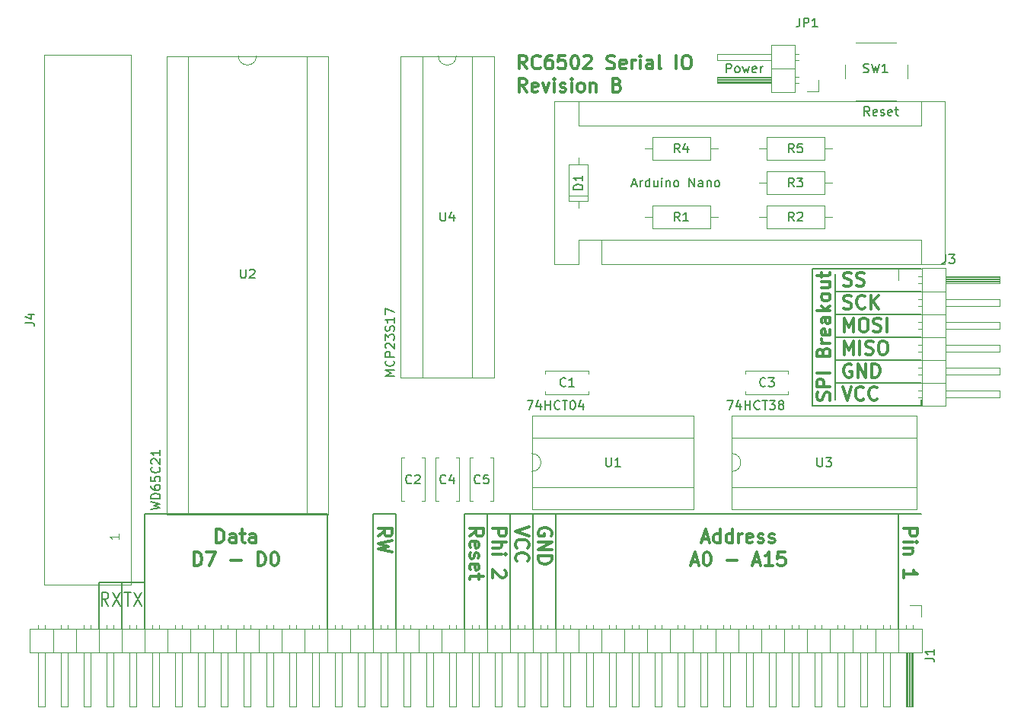
<source format=gto>
G04 #@! TF.FileFunction,Legend,Top*
%FSLAX46Y46*%
G04 Gerber Fmt 4.6, Leading zero omitted, Abs format (unit mm)*
G04 Created by KiCad (PCBNEW 4.0.6) date 06/14/17 01:07:25*
%MOMM*%
%LPD*%
G01*
G04 APERTURE LIST*
%ADD10C,0.100000*%
%ADD11C,0.200000*%
%ADD12C,0.300000*%
%ADD13C,0.120000*%
%ADD14C,0.150000*%
G04 APERTURE END LIST*
D10*
D11*
X188595000Y-97155000D02*
X189865000Y-97155000D01*
X188595000Y-99695000D02*
X189865000Y-99695000D01*
X188595000Y-102235000D02*
X189865000Y-102235000D01*
X188595000Y-104775000D02*
X189865000Y-104775000D01*
X189865000Y-107315000D02*
X188595000Y-107315000D01*
X189865000Y-107315000D02*
X198120000Y-107315000D01*
X189865000Y-104775000D02*
X198120000Y-104775000D01*
X189865000Y-102235000D02*
X198120000Y-102235000D01*
X189865000Y-99695000D02*
X198120000Y-99695000D01*
X189865000Y-97155000D02*
X198120000Y-97155000D01*
X186055000Y-94615000D02*
X198120000Y-94615000D01*
X198120000Y-109855000D02*
X198120000Y-109220000D01*
X186055000Y-109855000D02*
X198120000Y-109855000D01*
X186055000Y-109855000D02*
X186055000Y-94615000D01*
D12*
X187932143Y-109270714D02*
X188003571Y-109056428D01*
X188003571Y-108699285D01*
X187932143Y-108556428D01*
X187860714Y-108484999D01*
X187717857Y-108413571D01*
X187575000Y-108413571D01*
X187432143Y-108484999D01*
X187360714Y-108556428D01*
X187289286Y-108699285D01*
X187217857Y-108984999D01*
X187146429Y-109127857D01*
X187075000Y-109199285D01*
X186932143Y-109270714D01*
X186789286Y-109270714D01*
X186646429Y-109199285D01*
X186575000Y-109127857D01*
X186503571Y-108984999D01*
X186503571Y-108627857D01*
X186575000Y-108413571D01*
X188003571Y-107770714D02*
X186503571Y-107770714D01*
X186503571Y-107199286D01*
X186575000Y-107056428D01*
X186646429Y-106985000D01*
X186789286Y-106913571D01*
X187003571Y-106913571D01*
X187146429Y-106985000D01*
X187217857Y-107056428D01*
X187289286Y-107199286D01*
X187289286Y-107770714D01*
X188003571Y-106270714D02*
X186503571Y-106270714D01*
X187217857Y-103913571D02*
X187289286Y-103699285D01*
X187360714Y-103627857D01*
X187503571Y-103556428D01*
X187717857Y-103556428D01*
X187860714Y-103627857D01*
X187932143Y-103699285D01*
X188003571Y-103842143D01*
X188003571Y-104413571D01*
X186503571Y-104413571D01*
X186503571Y-103913571D01*
X186575000Y-103770714D01*
X186646429Y-103699285D01*
X186789286Y-103627857D01*
X186932143Y-103627857D01*
X187075000Y-103699285D01*
X187146429Y-103770714D01*
X187217857Y-103913571D01*
X187217857Y-104413571D01*
X188003571Y-102913571D02*
X187003571Y-102913571D01*
X187289286Y-102913571D02*
X187146429Y-102842143D01*
X187075000Y-102770714D01*
X187003571Y-102627857D01*
X187003571Y-102485000D01*
X187932143Y-101413572D02*
X188003571Y-101556429D01*
X188003571Y-101842143D01*
X187932143Y-101985000D01*
X187789286Y-102056429D01*
X187217857Y-102056429D01*
X187075000Y-101985000D01*
X187003571Y-101842143D01*
X187003571Y-101556429D01*
X187075000Y-101413572D01*
X187217857Y-101342143D01*
X187360714Y-101342143D01*
X187503571Y-102056429D01*
X188003571Y-100056429D02*
X187217857Y-100056429D01*
X187075000Y-100127858D01*
X187003571Y-100270715D01*
X187003571Y-100556429D01*
X187075000Y-100699286D01*
X187932143Y-100056429D02*
X188003571Y-100199286D01*
X188003571Y-100556429D01*
X187932143Y-100699286D01*
X187789286Y-100770715D01*
X187646429Y-100770715D01*
X187503571Y-100699286D01*
X187432143Y-100556429D01*
X187432143Y-100199286D01*
X187360714Y-100056429D01*
X188003571Y-99342143D02*
X186503571Y-99342143D01*
X187432143Y-99199286D02*
X188003571Y-98770715D01*
X187003571Y-98770715D02*
X187575000Y-99342143D01*
X188003571Y-97913571D02*
X187932143Y-98056429D01*
X187860714Y-98127857D01*
X187717857Y-98199286D01*
X187289286Y-98199286D01*
X187146429Y-98127857D01*
X187075000Y-98056429D01*
X187003571Y-97913571D01*
X187003571Y-97699286D01*
X187075000Y-97556429D01*
X187146429Y-97485000D01*
X187289286Y-97413571D01*
X187717857Y-97413571D01*
X187860714Y-97485000D01*
X187932143Y-97556429D01*
X188003571Y-97699286D01*
X188003571Y-97913571D01*
X187003571Y-96127857D02*
X188003571Y-96127857D01*
X187003571Y-96770714D02*
X187789286Y-96770714D01*
X187932143Y-96699286D01*
X188003571Y-96556428D01*
X188003571Y-96342143D01*
X187932143Y-96199286D01*
X187860714Y-96127857D01*
X187003571Y-95627857D02*
X187003571Y-95056428D01*
X186503571Y-95413571D02*
X187789286Y-95413571D01*
X187932143Y-95342143D01*
X188003571Y-95199285D01*
X188003571Y-95056428D01*
D11*
X188595000Y-109220000D02*
X188595000Y-95250000D01*
D12*
X189515714Y-96492143D02*
X189730000Y-96563571D01*
X190087143Y-96563571D01*
X190230000Y-96492143D01*
X190301429Y-96420714D01*
X190372857Y-96277857D01*
X190372857Y-96135000D01*
X190301429Y-95992143D01*
X190230000Y-95920714D01*
X190087143Y-95849286D01*
X189801429Y-95777857D01*
X189658571Y-95706429D01*
X189587143Y-95635000D01*
X189515714Y-95492143D01*
X189515714Y-95349286D01*
X189587143Y-95206429D01*
X189658571Y-95135000D01*
X189801429Y-95063571D01*
X190158571Y-95063571D01*
X190372857Y-95135000D01*
X190944285Y-96492143D02*
X191158571Y-96563571D01*
X191515714Y-96563571D01*
X191658571Y-96492143D01*
X191730000Y-96420714D01*
X191801428Y-96277857D01*
X191801428Y-96135000D01*
X191730000Y-95992143D01*
X191658571Y-95920714D01*
X191515714Y-95849286D01*
X191230000Y-95777857D01*
X191087142Y-95706429D01*
X191015714Y-95635000D01*
X190944285Y-95492143D01*
X190944285Y-95349286D01*
X191015714Y-95206429D01*
X191087142Y-95135000D01*
X191230000Y-95063571D01*
X191587142Y-95063571D01*
X191801428Y-95135000D01*
X189515714Y-99032143D02*
X189730000Y-99103571D01*
X190087143Y-99103571D01*
X190230000Y-99032143D01*
X190301429Y-98960714D01*
X190372857Y-98817857D01*
X190372857Y-98675000D01*
X190301429Y-98532143D01*
X190230000Y-98460714D01*
X190087143Y-98389286D01*
X189801429Y-98317857D01*
X189658571Y-98246429D01*
X189587143Y-98175000D01*
X189515714Y-98032143D01*
X189515714Y-97889286D01*
X189587143Y-97746429D01*
X189658571Y-97675000D01*
X189801429Y-97603571D01*
X190158571Y-97603571D01*
X190372857Y-97675000D01*
X191872857Y-98960714D02*
X191801428Y-99032143D01*
X191587142Y-99103571D01*
X191444285Y-99103571D01*
X191230000Y-99032143D01*
X191087142Y-98889286D01*
X191015714Y-98746429D01*
X190944285Y-98460714D01*
X190944285Y-98246429D01*
X191015714Y-97960714D01*
X191087142Y-97817857D01*
X191230000Y-97675000D01*
X191444285Y-97603571D01*
X191587142Y-97603571D01*
X191801428Y-97675000D01*
X191872857Y-97746429D01*
X192515714Y-99103571D02*
X192515714Y-97603571D01*
X193372857Y-99103571D02*
X192730000Y-98246429D01*
X193372857Y-97603571D02*
X192515714Y-98460714D01*
X189587143Y-101643571D02*
X189587143Y-100143571D01*
X190087143Y-101215000D01*
X190587143Y-100143571D01*
X190587143Y-101643571D01*
X191587143Y-100143571D02*
X191872857Y-100143571D01*
X192015715Y-100215000D01*
X192158572Y-100357857D01*
X192230000Y-100643571D01*
X192230000Y-101143571D01*
X192158572Y-101429286D01*
X192015715Y-101572143D01*
X191872857Y-101643571D01*
X191587143Y-101643571D01*
X191444286Y-101572143D01*
X191301429Y-101429286D01*
X191230000Y-101143571D01*
X191230000Y-100643571D01*
X191301429Y-100357857D01*
X191444286Y-100215000D01*
X191587143Y-100143571D01*
X192801429Y-101572143D02*
X193015715Y-101643571D01*
X193372858Y-101643571D01*
X193515715Y-101572143D01*
X193587144Y-101500714D01*
X193658572Y-101357857D01*
X193658572Y-101215000D01*
X193587144Y-101072143D01*
X193515715Y-101000714D01*
X193372858Y-100929286D01*
X193087144Y-100857857D01*
X192944286Y-100786429D01*
X192872858Y-100715000D01*
X192801429Y-100572143D01*
X192801429Y-100429286D01*
X192872858Y-100286429D01*
X192944286Y-100215000D01*
X193087144Y-100143571D01*
X193444286Y-100143571D01*
X193658572Y-100215000D01*
X194301429Y-101643571D02*
X194301429Y-100143571D01*
X189587143Y-104183571D02*
X189587143Y-102683571D01*
X190087143Y-103755000D01*
X190587143Y-102683571D01*
X190587143Y-104183571D01*
X191301429Y-104183571D02*
X191301429Y-102683571D01*
X191944286Y-104112143D02*
X192158572Y-104183571D01*
X192515715Y-104183571D01*
X192658572Y-104112143D01*
X192730001Y-104040714D01*
X192801429Y-103897857D01*
X192801429Y-103755000D01*
X192730001Y-103612143D01*
X192658572Y-103540714D01*
X192515715Y-103469286D01*
X192230001Y-103397857D01*
X192087143Y-103326429D01*
X192015715Y-103255000D01*
X191944286Y-103112143D01*
X191944286Y-102969286D01*
X192015715Y-102826429D01*
X192087143Y-102755000D01*
X192230001Y-102683571D01*
X192587143Y-102683571D01*
X192801429Y-102755000D01*
X193730000Y-102683571D02*
X194015714Y-102683571D01*
X194158572Y-102755000D01*
X194301429Y-102897857D01*
X194372857Y-103183571D01*
X194372857Y-103683571D01*
X194301429Y-103969286D01*
X194158572Y-104112143D01*
X194015714Y-104183571D01*
X193730000Y-104183571D01*
X193587143Y-104112143D01*
X193444286Y-103969286D01*
X193372857Y-103683571D01*
X193372857Y-103183571D01*
X193444286Y-102897857D01*
X193587143Y-102755000D01*
X193730000Y-102683571D01*
X190372857Y-105295000D02*
X190230000Y-105223571D01*
X190015714Y-105223571D01*
X189801429Y-105295000D01*
X189658571Y-105437857D01*
X189587143Y-105580714D01*
X189515714Y-105866429D01*
X189515714Y-106080714D01*
X189587143Y-106366429D01*
X189658571Y-106509286D01*
X189801429Y-106652143D01*
X190015714Y-106723571D01*
X190158571Y-106723571D01*
X190372857Y-106652143D01*
X190444286Y-106580714D01*
X190444286Y-106080714D01*
X190158571Y-106080714D01*
X191087143Y-106723571D02*
X191087143Y-105223571D01*
X191944286Y-106723571D01*
X191944286Y-105223571D01*
X192658572Y-106723571D02*
X192658572Y-105223571D01*
X193015715Y-105223571D01*
X193230000Y-105295000D01*
X193372858Y-105437857D01*
X193444286Y-105580714D01*
X193515715Y-105866429D01*
X193515715Y-106080714D01*
X193444286Y-106366429D01*
X193372858Y-106509286D01*
X193230000Y-106652143D01*
X193015715Y-106723571D01*
X192658572Y-106723571D01*
X189372857Y-107763571D02*
X189872857Y-109263571D01*
X190372857Y-107763571D01*
X191730000Y-109120714D02*
X191658571Y-109192143D01*
X191444285Y-109263571D01*
X191301428Y-109263571D01*
X191087143Y-109192143D01*
X190944285Y-109049286D01*
X190872857Y-108906429D01*
X190801428Y-108620714D01*
X190801428Y-108406429D01*
X190872857Y-108120714D01*
X190944285Y-107977857D01*
X191087143Y-107835000D01*
X191301428Y-107763571D01*
X191444285Y-107763571D01*
X191658571Y-107835000D01*
X191730000Y-107906429D01*
X193230000Y-109120714D02*
X193158571Y-109192143D01*
X192944285Y-109263571D01*
X192801428Y-109263571D01*
X192587143Y-109192143D01*
X192444285Y-109049286D01*
X192372857Y-108906429D01*
X192301428Y-108620714D01*
X192301428Y-108406429D01*
X192372857Y-108120714D01*
X192444285Y-107977857D01*
X192587143Y-107835000D01*
X192801428Y-107763571D01*
X192944285Y-107763571D01*
X193158571Y-107835000D01*
X193230000Y-107906429D01*
D11*
X107733334Y-132123571D02*
X107300001Y-131409286D01*
X106990477Y-132123571D02*
X106990477Y-130623571D01*
X107485715Y-130623571D01*
X107609524Y-130695000D01*
X107671429Y-130766429D01*
X107733334Y-130909286D01*
X107733334Y-131123571D01*
X107671429Y-131266429D01*
X107609524Y-131337857D01*
X107485715Y-131409286D01*
X106990477Y-131409286D01*
X108166667Y-130623571D02*
X109033334Y-132123571D01*
X109033334Y-130623571D02*
X108166667Y-132123571D01*
X109499525Y-130623571D02*
X110242382Y-130623571D01*
X109870953Y-132123571D02*
X109870953Y-130623571D01*
X110551905Y-130623571D02*
X111418572Y-132123571D01*
X111418572Y-130623571D02*
X110551905Y-132123571D01*
X109220000Y-129540000D02*
X109220000Y-134620000D01*
X106680000Y-129540000D02*
X111760000Y-129540000D01*
X106680000Y-134620000D02*
X106680000Y-129540000D01*
X139700000Y-121920000D02*
X139700000Y-124460000D01*
X137160000Y-121920000D02*
X139700000Y-121920000D01*
X137160000Y-124460000D02*
X137160000Y-121920000D01*
X111760000Y-121920000D02*
X111760000Y-124460000D01*
X132080000Y-121920000D02*
X111760000Y-121920000D01*
X132080000Y-124460000D02*
X132080000Y-121920000D01*
X157480000Y-121920000D02*
X195580000Y-121920000D01*
X149860000Y-124460000D02*
X149860000Y-121920000D01*
X152400000Y-124460000D02*
X152400000Y-121920000D01*
X154940000Y-124460000D02*
X154940000Y-121920000D01*
X147320000Y-121920000D02*
X147320000Y-124460000D01*
X157480000Y-121920000D02*
X147320000Y-121920000D01*
X157480000Y-124460000D02*
X157480000Y-121920000D01*
D12*
X154249286Y-72428571D02*
X153749286Y-71714286D01*
X153392143Y-72428571D02*
X153392143Y-70928571D01*
X153963571Y-70928571D01*
X154106429Y-71000000D01*
X154177857Y-71071429D01*
X154249286Y-71214286D01*
X154249286Y-71428571D01*
X154177857Y-71571429D01*
X154106429Y-71642857D01*
X153963571Y-71714286D01*
X153392143Y-71714286D01*
X155749286Y-72285714D02*
X155677857Y-72357143D01*
X155463571Y-72428571D01*
X155320714Y-72428571D01*
X155106429Y-72357143D01*
X154963571Y-72214286D01*
X154892143Y-72071429D01*
X154820714Y-71785714D01*
X154820714Y-71571429D01*
X154892143Y-71285714D01*
X154963571Y-71142857D01*
X155106429Y-71000000D01*
X155320714Y-70928571D01*
X155463571Y-70928571D01*
X155677857Y-71000000D01*
X155749286Y-71071429D01*
X157035000Y-70928571D02*
X156749286Y-70928571D01*
X156606429Y-71000000D01*
X156535000Y-71071429D01*
X156392143Y-71285714D01*
X156320714Y-71571429D01*
X156320714Y-72142857D01*
X156392143Y-72285714D01*
X156463571Y-72357143D01*
X156606429Y-72428571D01*
X156892143Y-72428571D01*
X157035000Y-72357143D01*
X157106429Y-72285714D01*
X157177857Y-72142857D01*
X157177857Y-71785714D01*
X157106429Y-71642857D01*
X157035000Y-71571429D01*
X156892143Y-71500000D01*
X156606429Y-71500000D01*
X156463571Y-71571429D01*
X156392143Y-71642857D01*
X156320714Y-71785714D01*
X158535000Y-70928571D02*
X157820714Y-70928571D01*
X157749285Y-71642857D01*
X157820714Y-71571429D01*
X157963571Y-71500000D01*
X158320714Y-71500000D01*
X158463571Y-71571429D01*
X158535000Y-71642857D01*
X158606428Y-71785714D01*
X158606428Y-72142857D01*
X158535000Y-72285714D01*
X158463571Y-72357143D01*
X158320714Y-72428571D01*
X157963571Y-72428571D01*
X157820714Y-72357143D01*
X157749285Y-72285714D01*
X159534999Y-70928571D02*
X159677856Y-70928571D01*
X159820713Y-71000000D01*
X159892142Y-71071429D01*
X159963571Y-71214286D01*
X160034999Y-71500000D01*
X160034999Y-71857143D01*
X159963571Y-72142857D01*
X159892142Y-72285714D01*
X159820713Y-72357143D01*
X159677856Y-72428571D01*
X159534999Y-72428571D01*
X159392142Y-72357143D01*
X159320713Y-72285714D01*
X159249285Y-72142857D01*
X159177856Y-71857143D01*
X159177856Y-71500000D01*
X159249285Y-71214286D01*
X159320713Y-71071429D01*
X159392142Y-71000000D01*
X159534999Y-70928571D01*
X160606427Y-71071429D02*
X160677856Y-71000000D01*
X160820713Y-70928571D01*
X161177856Y-70928571D01*
X161320713Y-71000000D01*
X161392142Y-71071429D01*
X161463570Y-71214286D01*
X161463570Y-71357143D01*
X161392142Y-71571429D01*
X160534999Y-72428571D01*
X161463570Y-72428571D01*
X163177855Y-72357143D02*
X163392141Y-72428571D01*
X163749284Y-72428571D01*
X163892141Y-72357143D01*
X163963570Y-72285714D01*
X164034998Y-72142857D01*
X164034998Y-72000000D01*
X163963570Y-71857143D01*
X163892141Y-71785714D01*
X163749284Y-71714286D01*
X163463570Y-71642857D01*
X163320712Y-71571429D01*
X163249284Y-71500000D01*
X163177855Y-71357143D01*
X163177855Y-71214286D01*
X163249284Y-71071429D01*
X163320712Y-71000000D01*
X163463570Y-70928571D01*
X163820712Y-70928571D01*
X164034998Y-71000000D01*
X165249283Y-72357143D02*
X165106426Y-72428571D01*
X164820712Y-72428571D01*
X164677855Y-72357143D01*
X164606426Y-72214286D01*
X164606426Y-71642857D01*
X164677855Y-71500000D01*
X164820712Y-71428571D01*
X165106426Y-71428571D01*
X165249283Y-71500000D01*
X165320712Y-71642857D01*
X165320712Y-71785714D01*
X164606426Y-71928571D01*
X165963569Y-72428571D02*
X165963569Y-71428571D01*
X165963569Y-71714286D02*
X166034997Y-71571429D01*
X166106426Y-71500000D01*
X166249283Y-71428571D01*
X166392140Y-71428571D01*
X166892140Y-72428571D02*
X166892140Y-71428571D01*
X166892140Y-70928571D02*
X166820711Y-71000000D01*
X166892140Y-71071429D01*
X166963568Y-71000000D01*
X166892140Y-70928571D01*
X166892140Y-71071429D01*
X168249283Y-72428571D02*
X168249283Y-71642857D01*
X168177854Y-71500000D01*
X168034997Y-71428571D01*
X167749283Y-71428571D01*
X167606426Y-71500000D01*
X168249283Y-72357143D02*
X168106426Y-72428571D01*
X167749283Y-72428571D01*
X167606426Y-72357143D01*
X167534997Y-72214286D01*
X167534997Y-72071429D01*
X167606426Y-71928571D01*
X167749283Y-71857143D01*
X168106426Y-71857143D01*
X168249283Y-71785714D01*
X169177855Y-72428571D02*
X169034997Y-72357143D01*
X168963569Y-72214286D01*
X168963569Y-70928571D01*
X170892140Y-72428571D02*
X170892140Y-70928571D01*
X171892140Y-70928571D02*
X172177854Y-70928571D01*
X172320712Y-71000000D01*
X172463569Y-71142857D01*
X172534997Y-71428571D01*
X172534997Y-71928571D01*
X172463569Y-72214286D01*
X172320712Y-72357143D01*
X172177854Y-72428571D01*
X171892140Y-72428571D01*
X171749283Y-72357143D01*
X171606426Y-72214286D01*
X171534997Y-71928571D01*
X171534997Y-71428571D01*
X171606426Y-71142857D01*
X171749283Y-71000000D01*
X171892140Y-70928571D01*
X154249286Y-74978571D02*
X153749286Y-74264286D01*
X153392143Y-74978571D02*
X153392143Y-73478571D01*
X153963571Y-73478571D01*
X154106429Y-73550000D01*
X154177857Y-73621429D01*
X154249286Y-73764286D01*
X154249286Y-73978571D01*
X154177857Y-74121429D01*
X154106429Y-74192857D01*
X153963571Y-74264286D01*
X153392143Y-74264286D01*
X155463571Y-74907143D02*
X155320714Y-74978571D01*
X155035000Y-74978571D01*
X154892143Y-74907143D01*
X154820714Y-74764286D01*
X154820714Y-74192857D01*
X154892143Y-74050000D01*
X155035000Y-73978571D01*
X155320714Y-73978571D01*
X155463571Y-74050000D01*
X155535000Y-74192857D01*
X155535000Y-74335714D01*
X154820714Y-74478571D01*
X156035000Y-73978571D02*
X156392143Y-74978571D01*
X156749285Y-73978571D01*
X157320714Y-74978571D02*
X157320714Y-73978571D01*
X157320714Y-73478571D02*
X157249285Y-73550000D01*
X157320714Y-73621429D01*
X157392142Y-73550000D01*
X157320714Y-73478571D01*
X157320714Y-73621429D01*
X157963571Y-74907143D02*
X158106428Y-74978571D01*
X158392143Y-74978571D01*
X158535000Y-74907143D01*
X158606428Y-74764286D01*
X158606428Y-74692857D01*
X158535000Y-74550000D01*
X158392143Y-74478571D01*
X158177857Y-74478571D01*
X158035000Y-74407143D01*
X157963571Y-74264286D01*
X157963571Y-74192857D01*
X158035000Y-74050000D01*
X158177857Y-73978571D01*
X158392143Y-73978571D01*
X158535000Y-74050000D01*
X159249286Y-74978571D02*
X159249286Y-73978571D01*
X159249286Y-73478571D02*
X159177857Y-73550000D01*
X159249286Y-73621429D01*
X159320714Y-73550000D01*
X159249286Y-73478571D01*
X159249286Y-73621429D01*
X160177858Y-74978571D02*
X160035000Y-74907143D01*
X159963572Y-74835714D01*
X159892143Y-74692857D01*
X159892143Y-74264286D01*
X159963572Y-74121429D01*
X160035000Y-74050000D01*
X160177858Y-73978571D01*
X160392143Y-73978571D01*
X160535000Y-74050000D01*
X160606429Y-74121429D01*
X160677858Y-74264286D01*
X160677858Y-74692857D01*
X160606429Y-74835714D01*
X160535000Y-74907143D01*
X160392143Y-74978571D01*
X160177858Y-74978571D01*
X161320715Y-73978571D02*
X161320715Y-74978571D01*
X161320715Y-74121429D02*
X161392143Y-74050000D01*
X161535001Y-73978571D01*
X161749286Y-73978571D01*
X161892143Y-74050000D01*
X161963572Y-74192857D01*
X161963572Y-74978571D01*
X164320715Y-74192857D02*
X164535001Y-74264286D01*
X164606429Y-74335714D01*
X164677858Y-74478571D01*
X164677858Y-74692857D01*
X164606429Y-74835714D01*
X164535001Y-74907143D01*
X164392143Y-74978571D01*
X163820715Y-74978571D01*
X163820715Y-73478571D01*
X164320715Y-73478571D01*
X164463572Y-73550000D01*
X164535001Y-73621429D01*
X164606429Y-73764286D01*
X164606429Y-73907143D01*
X164535001Y-74050000D01*
X164463572Y-74121429D01*
X164320715Y-74192857D01*
X163820715Y-74192857D01*
X173764286Y-124705000D02*
X174478572Y-124705000D01*
X173621429Y-125133571D02*
X174121429Y-123633571D01*
X174621429Y-125133571D01*
X175764286Y-125133571D02*
X175764286Y-123633571D01*
X175764286Y-125062143D02*
X175621429Y-125133571D01*
X175335715Y-125133571D01*
X175192857Y-125062143D01*
X175121429Y-124990714D01*
X175050000Y-124847857D01*
X175050000Y-124419286D01*
X175121429Y-124276429D01*
X175192857Y-124205000D01*
X175335715Y-124133571D01*
X175621429Y-124133571D01*
X175764286Y-124205000D01*
X177121429Y-125133571D02*
X177121429Y-123633571D01*
X177121429Y-125062143D02*
X176978572Y-125133571D01*
X176692858Y-125133571D01*
X176550000Y-125062143D01*
X176478572Y-124990714D01*
X176407143Y-124847857D01*
X176407143Y-124419286D01*
X176478572Y-124276429D01*
X176550000Y-124205000D01*
X176692858Y-124133571D01*
X176978572Y-124133571D01*
X177121429Y-124205000D01*
X177835715Y-125133571D02*
X177835715Y-124133571D01*
X177835715Y-124419286D02*
X177907143Y-124276429D01*
X177978572Y-124205000D01*
X178121429Y-124133571D01*
X178264286Y-124133571D01*
X179335714Y-125062143D02*
X179192857Y-125133571D01*
X178907143Y-125133571D01*
X178764286Y-125062143D01*
X178692857Y-124919286D01*
X178692857Y-124347857D01*
X178764286Y-124205000D01*
X178907143Y-124133571D01*
X179192857Y-124133571D01*
X179335714Y-124205000D01*
X179407143Y-124347857D01*
X179407143Y-124490714D01*
X178692857Y-124633571D01*
X179978571Y-125062143D02*
X180121428Y-125133571D01*
X180407143Y-125133571D01*
X180550000Y-125062143D01*
X180621428Y-124919286D01*
X180621428Y-124847857D01*
X180550000Y-124705000D01*
X180407143Y-124633571D01*
X180192857Y-124633571D01*
X180050000Y-124562143D01*
X179978571Y-124419286D01*
X179978571Y-124347857D01*
X180050000Y-124205000D01*
X180192857Y-124133571D01*
X180407143Y-124133571D01*
X180550000Y-124205000D01*
X181192857Y-125062143D02*
X181335714Y-125133571D01*
X181621429Y-125133571D01*
X181764286Y-125062143D01*
X181835714Y-124919286D01*
X181835714Y-124847857D01*
X181764286Y-124705000D01*
X181621429Y-124633571D01*
X181407143Y-124633571D01*
X181264286Y-124562143D01*
X181192857Y-124419286D01*
X181192857Y-124347857D01*
X181264286Y-124205000D01*
X181407143Y-124133571D01*
X181621429Y-124133571D01*
X181764286Y-124205000D01*
X172585715Y-127255000D02*
X173300001Y-127255000D01*
X172442858Y-127683571D02*
X172942858Y-126183571D01*
X173442858Y-127683571D01*
X174228572Y-126183571D02*
X174371429Y-126183571D01*
X174514286Y-126255000D01*
X174585715Y-126326429D01*
X174657144Y-126469286D01*
X174728572Y-126755000D01*
X174728572Y-127112143D01*
X174657144Y-127397857D01*
X174585715Y-127540714D01*
X174514286Y-127612143D01*
X174371429Y-127683571D01*
X174228572Y-127683571D01*
X174085715Y-127612143D01*
X174014286Y-127540714D01*
X173942858Y-127397857D01*
X173871429Y-127112143D01*
X173871429Y-126755000D01*
X173942858Y-126469286D01*
X174014286Y-126326429D01*
X174085715Y-126255000D01*
X174228572Y-126183571D01*
X176514286Y-127112143D02*
X177657143Y-127112143D01*
X179442857Y-127255000D02*
X180157143Y-127255000D01*
X179300000Y-127683571D02*
X179800000Y-126183571D01*
X180300000Y-127683571D01*
X181585714Y-127683571D02*
X180728571Y-127683571D01*
X181157143Y-127683571D02*
X181157143Y-126183571D01*
X181014286Y-126397857D01*
X180871428Y-126540714D01*
X180728571Y-126612143D01*
X182942857Y-126183571D02*
X182228571Y-126183571D01*
X182157142Y-126897857D01*
X182228571Y-126826429D01*
X182371428Y-126755000D01*
X182728571Y-126755000D01*
X182871428Y-126826429D01*
X182942857Y-126897857D01*
X183014285Y-127040714D01*
X183014285Y-127397857D01*
X182942857Y-127540714D01*
X182871428Y-127612143D01*
X182728571Y-127683571D01*
X182371428Y-127683571D01*
X182228571Y-127612143D01*
X182157142Y-127540714D01*
X119741429Y-125133571D02*
X119741429Y-123633571D01*
X120098572Y-123633571D01*
X120312857Y-123705000D01*
X120455715Y-123847857D01*
X120527143Y-123990714D01*
X120598572Y-124276429D01*
X120598572Y-124490714D01*
X120527143Y-124776429D01*
X120455715Y-124919286D01*
X120312857Y-125062143D01*
X120098572Y-125133571D01*
X119741429Y-125133571D01*
X121884286Y-125133571D02*
X121884286Y-124347857D01*
X121812857Y-124205000D01*
X121670000Y-124133571D01*
X121384286Y-124133571D01*
X121241429Y-124205000D01*
X121884286Y-125062143D02*
X121741429Y-125133571D01*
X121384286Y-125133571D01*
X121241429Y-125062143D01*
X121170000Y-124919286D01*
X121170000Y-124776429D01*
X121241429Y-124633571D01*
X121384286Y-124562143D01*
X121741429Y-124562143D01*
X121884286Y-124490714D01*
X122384286Y-124133571D02*
X122955715Y-124133571D01*
X122598572Y-123633571D02*
X122598572Y-124919286D01*
X122670000Y-125062143D01*
X122812858Y-125133571D01*
X122955715Y-125133571D01*
X124098572Y-125133571D02*
X124098572Y-124347857D01*
X124027143Y-124205000D01*
X123884286Y-124133571D01*
X123598572Y-124133571D01*
X123455715Y-124205000D01*
X124098572Y-125062143D02*
X123955715Y-125133571D01*
X123598572Y-125133571D01*
X123455715Y-125062143D01*
X123384286Y-124919286D01*
X123384286Y-124776429D01*
X123455715Y-124633571D01*
X123598572Y-124562143D01*
X123955715Y-124562143D01*
X124098572Y-124490714D01*
X117277144Y-127683571D02*
X117277144Y-126183571D01*
X117634287Y-126183571D01*
X117848572Y-126255000D01*
X117991430Y-126397857D01*
X118062858Y-126540714D01*
X118134287Y-126826429D01*
X118134287Y-127040714D01*
X118062858Y-127326429D01*
X117991430Y-127469286D01*
X117848572Y-127612143D01*
X117634287Y-127683571D01*
X117277144Y-127683571D01*
X118634287Y-126183571D02*
X119634287Y-126183571D01*
X118991430Y-127683571D01*
X121348572Y-127112143D02*
X122491429Y-127112143D01*
X124348572Y-127683571D02*
X124348572Y-126183571D01*
X124705715Y-126183571D01*
X124920000Y-126255000D01*
X125062858Y-126397857D01*
X125134286Y-126540714D01*
X125205715Y-126826429D01*
X125205715Y-127040714D01*
X125134286Y-127326429D01*
X125062858Y-127469286D01*
X124920000Y-127612143D01*
X124705715Y-127683571D01*
X124348572Y-127683571D01*
X126134286Y-126183571D02*
X126277143Y-126183571D01*
X126420000Y-126255000D01*
X126491429Y-126326429D01*
X126562858Y-126469286D01*
X126634286Y-126755000D01*
X126634286Y-127112143D01*
X126562858Y-127397857D01*
X126491429Y-127540714D01*
X126420000Y-127612143D01*
X126277143Y-127683571D01*
X126134286Y-127683571D01*
X125991429Y-127612143D01*
X125920000Y-127540714D01*
X125848572Y-127397857D01*
X125777143Y-127112143D01*
X125777143Y-126755000D01*
X125848572Y-126469286D01*
X125920000Y-126326429D01*
X125991429Y-126255000D01*
X126134286Y-126183571D01*
X156960000Y-124332857D02*
X157031429Y-124190000D01*
X157031429Y-123975714D01*
X156960000Y-123761429D01*
X156817143Y-123618571D01*
X156674286Y-123547143D01*
X156388571Y-123475714D01*
X156174286Y-123475714D01*
X155888571Y-123547143D01*
X155745714Y-123618571D01*
X155602857Y-123761429D01*
X155531429Y-123975714D01*
X155531429Y-124118571D01*
X155602857Y-124332857D01*
X155674286Y-124404286D01*
X156174286Y-124404286D01*
X156174286Y-124118571D01*
X155531429Y-125047143D02*
X157031429Y-125047143D01*
X155531429Y-125904286D01*
X157031429Y-125904286D01*
X155531429Y-126618572D02*
X157031429Y-126618572D01*
X157031429Y-126975715D01*
X156960000Y-127190000D01*
X156817143Y-127332858D01*
X156674286Y-127404286D01*
X156388571Y-127475715D01*
X156174286Y-127475715D01*
X155888571Y-127404286D01*
X155745714Y-127332858D01*
X155602857Y-127190000D01*
X155531429Y-126975715D01*
X155531429Y-126618572D01*
X154491429Y-123332857D02*
X152991429Y-123832857D01*
X154491429Y-124332857D01*
X153134286Y-125690000D02*
X153062857Y-125618571D01*
X152991429Y-125404285D01*
X152991429Y-125261428D01*
X153062857Y-125047143D01*
X153205714Y-124904285D01*
X153348571Y-124832857D01*
X153634286Y-124761428D01*
X153848571Y-124761428D01*
X154134286Y-124832857D01*
X154277143Y-124904285D01*
X154420000Y-125047143D01*
X154491429Y-125261428D01*
X154491429Y-125404285D01*
X154420000Y-125618571D01*
X154348571Y-125690000D01*
X153134286Y-127190000D02*
X153062857Y-127118571D01*
X152991429Y-126904285D01*
X152991429Y-126761428D01*
X153062857Y-126547143D01*
X153205714Y-126404285D01*
X153348571Y-126332857D01*
X153634286Y-126261428D01*
X153848571Y-126261428D01*
X154134286Y-126332857D01*
X154277143Y-126404285D01*
X154420000Y-126547143D01*
X154491429Y-126761428D01*
X154491429Y-126904285D01*
X154420000Y-127118571D01*
X154348571Y-127190000D01*
X150451429Y-123547143D02*
X151951429Y-123547143D01*
X151951429Y-124118571D01*
X151880000Y-124261429D01*
X151808571Y-124332857D01*
X151665714Y-124404286D01*
X151451429Y-124404286D01*
X151308571Y-124332857D01*
X151237143Y-124261429D01*
X151165714Y-124118571D01*
X151165714Y-123547143D01*
X150451429Y-125047143D02*
X151951429Y-125047143D01*
X150451429Y-125690000D02*
X151237143Y-125690000D01*
X151380000Y-125618571D01*
X151451429Y-125475714D01*
X151451429Y-125261429D01*
X151380000Y-125118571D01*
X151308571Y-125047143D01*
X150451429Y-126404286D02*
X151451429Y-126404286D01*
X151951429Y-126404286D02*
X151880000Y-126332857D01*
X151808571Y-126404286D01*
X151880000Y-126475714D01*
X151951429Y-126404286D01*
X151808571Y-126404286D01*
X151808571Y-128190000D02*
X151880000Y-128261429D01*
X151951429Y-128404286D01*
X151951429Y-128761429D01*
X151880000Y-128904286D01*
X151808571Y-128975715D01*
X151665714Y-129047143D01*
X151522857Y-129047143D01*
X151308571Y-128975715D01*
X150451429Y-128118572D01*
X150451429Y-129047143D01*
X137751429Y-124404286D02*
X138465714Y-123904286D01*
X137751429Y-123547143D02*
X139251429Y-123547143D01*
X139251429Y-124118571D01*
X139180000Y-124261429D01*
X139108571Y-124332857D01*
X138965714Y-124404286D01*
X138751429Y-124404286D01*
X138608571Y-124332857D01*
X138537143Y-124261429D01*
X138465714Y-124118571D01*
X138465714Y-123547143D01*
X139251429Y-124904286D02*
X137751429Y-125261429D01*
X138822857Y-125547143D01*
X137751429Y-125832857D01*
X139251429Y-126190000D01*
D11*
X157480000Y-124460000D02*
X157480000Y-134620000D01*
X154940000Y-124460000D02*
X154940000Y-134620000D01*
X152400000Y-124460000D02*
X152400000Y-134620000D01*
X147320000Y-124460000D02*
X147320000Y-134620000D01*
D12*
X147911429Y-124404286D02*
X148625714Y-123904286D01*
X147911429Y-123547143D02*
X149411429Y-123547143D01*
X149411429Y-124118571D01*
X149340000Y-124261429D01*
X149268571Y-124332857D01*
X149125714Y-124404286D01*
X148911429Y-124404286D01*
X148768571Y-124332857D01*
X148697143Y-124261429D01*
X148625714Y-124118571D01*
X148625714Y-123547143D01*
X147982857Y-125618571D02*
X147911429Y-125475714D01*
X147911429Y-125190000D01*
X147982857Y-125047143D01*
X148125714Y-124975714D01*
X148697143Y-124975714D01*
X148840000Y-125047143D01*
X148911429Y-125190000D01*
X148911429Y-125475714D01*
X148840000Y-125618571D01*
X148697143Y-125690000D01*
X148554286Y-125690000D01*
X148411429Y-124975714D01*
X147982857Y-126261428D02*
X147911429Y-126404285D01*
X147911429Y-126690000D01*
X147982857Y-126832857D01*
X148125714Y-126904285D01*
X148197143Y-126904285D01*
X148340000Y-126832857D01*
X148411429Y-126690000D01*
X148411429Y-126475714D01*
X148482857Y-126332857D01*
X148625714Y-126261428D01*
X148697143Y-126261428D01*
X148840000Y-126332857D01*
X148911429Y-126475714D01*
X148911429Y-126690000D01*
X148840000Y-126832857D01*
X147982857Y-128118571D02*
X147911429Y-127975714D01*
X147911429Y-127690000D01*
X147982857Y-127547143D01*
X148125714Y-127475714D01*
X148697143Y-127475714D01*
X148840000Y-127547143D01*
X148911429Y-127690000D01*
X148911429Y-127975714D01*
X148840000Y-128118571D01*
X148697143Y-128190000D01*
X148554286Y-128190000D01*
X148411429Y-127475714D01*
X148911429Y-128618571D02*
X148911429Y-129190000D01*
X149411429Y-128832857D02*
X148125714Y-128832857D01*
X147982857Y-128904285D01*
X147911429Y-129047143D01*
X147911429Y-129190000D01*
D11*
X149860000Y-124460000D02*
X149860000Y-134620000D01*
X139700000Y-124460000D02*
X139700000Y-134620000D01*
X137160000Y-134620000D02*
X137160000Y-124460000D01*
X132080000Y-124460000D02*
X132080000Y-134620000D01*
X111760000Y-134620000D02*
X111760000Y-124460000D01*
D12*
X196171429Y-123547143D02*
X197671429Y-123547143D01*
X197671429Y-124118571D01*
X197600000Y-124261429D01*
X197528571Y-124332857D01*
X197385714Y-124404286D01*
X197171429Y-124404286D01*
X197028571Y-124332857D01*
X196957143Y-124261429D01*
X196885714Y-124118571D01*
X196885714Y-123547143D01*
X196171429Y-125047143D02*
X197171429Y-125047143D01*
X197671429Y-125047143D02*
X197600000Y-124975714D01*
X197528571Y-125047143D01*
X197600000Y-125118571D01*
X197671429Y-125047143D01*
X197528571Y-125047143D01*
X197171429Y-125761429D02*
X196171429Y-125761429D01*
X197028571Y-125761429D02*
X197100000Y-125832857D01*
X197171429Y-125975715D01*
X197171429Y-126190000D01*
X197100000Y-126332857D01*
X196957143Y-126404286D01*
X196171429Y-126404286D01*
X196171429Y-129047143D02*
X196171429Y-128190000D01*
X196171429Y-128618572D02*
X197671429Y-128618572D01*
X197457143Y-128475715D01*
X197314286Y-128332857D01*
X197242857Y-128190000D01*
D11*
X195580000Y-121920000D02*
X198120000Y-121920000D01*
X195580000Y-134620000D02*
X195580000Y-121920000D01*
D13*
X100610000Y-129790000D02*
X100610000Y-70870000D01*
X100610000Y-70870000D02*
X110210000Y-70870000D01*
X110210000Y-70870000D02*
X110210000Y-129790000D01*
X110210000Y-129790000D02*
X100610000Y-129790000D01*
X156300000Y-106005000D02*
X161120000Y-106005000D01*
X156300000Y-108625000D02*
X161120000Y-108625000D01*
X156300000Y-106005000D02*
X156300000Y-106319000D01*
X156300000Y-108311000D02*
X156300000Y-108625000D01*
X161120000Y-106005000D02*
X161120000Y-106319000D01*
X161120000Y-108311000D02*
X161120000Y-108625000D01*
X142915000Y-115660000D02*
X142915000Y-120480000D01*
X140295000Y-115660000D02*
X140295000Y-120480000D01*
X142915000Y-115660000D02*
X142601000Y-115660000D01*
X140609000Y-115660000D02*
X140295000Y-115660000D01*
X142915000Y-120480000D02*
X142601000Y-120480000D01*
X140609000Y-120480000D02*
X140295000Y-120480000D01*
X178525000Y-106005000D02*
X183345000Y-106005000D01*
X178525000Y-108625000D02*
X183345000Y-108625000D01*
X178525000Y-106005000D02*
X178525000Y-106319000D01*
X178525000Y-108311000D02*
X178525000Y-108625000D01*
X183345000Y-106005000D02*
X183345000Y-106319000D01*
X183345000Y-108311000D02*
X183345000Y-108625000D01*
X146725000Y-115660000D02*
X146725000Y-120480000D01*
X144105000Y-115660000D02*
X144105000Y-120480000D01*
X146725000Y-115660000D02*
X146411000Y-115660000D01*
X144419000Y-115660000D02*
X144105000Y-115660000D01*
X146725000Y-120480000D02*
X146411000Y-120480000D01*
X144419000Y-120480000D02*
X144105000Y-120480000D01*
X198180000Y-134690000D02*
X195580000Y-134690000D01*
X195580000Y-134690000D02*
X195580000Y-137310000D01*
X195580000Y-137310000D02*
X198180000Y-137310000D01*
X198180000Y-137310000D02*
X198180000Y-134690000D01*
X197230000Y-137310000D02*
X196470000Y-137310000D01*
X196470000Y-137310000D02*
X196470000Y-143310000D01*
X196470000Y-143310000D02*
X197230000Y-143310000D01*
X197230000Y-143310000D02*
X197230000Y-137310000D01*
X197230000Y-134260000D02*
X197230000Y-134690000D01*
X196470000Y-134260000D02*
X196470000Y-134690000D01*
X197110000Y-137310000D02*
X197110000Y-143310000D01*
X196990000Y-137310000D02*
X196990000Y-143310000D01*
X196870000Y-137310000D02*
X196870000Y-143310000D01*
X196750000Y-137310000D02*
X196750000Y-143310000D01*
X196630000Y-137310000D02*
X196630000Y-143310000D01*
X196510000Y-137310000D02*
X196510000Y-143310000D01*
X195580000Y-134690000D02*
X193040000Y-134690000D01*
X193040000Y-134690000D02*
X193040000Y-137310000D01*
X193040000Y-137310000D02*
X195580000Y-137310000D01*
X195580000Y-137310000D02*
X195580000Y-134690000D01*
X194690000Y-137310000D02*
X193930000Y-137310000D01*
X193930000Y-137310000D02*
X193930000Y-143310000D01*
X193930000Y-143310000D02*
X194690000Y-143310000D01*
X194690000Y-143310000D02*
X194690000Y-137310000D01*
X194690000Y-134260000D02*
X194690000Y-134690000D01*
X193930000Y-134260000D02*
X193930000Y-134690000D01*
X193040000Y-134690000D02*
X190500000Y-134690000D01*
X190500000Y-134690000D02*
X190500000Y-137310000D01*
X190500000Y-137310000D02*
X193040000Y-137310000D01*
X193040000Y-137310000D02*
X193040000Y-134690000D01*
X192150000Y-137310000D02*
X191390000Y-137310000D01*
X191390000Y-137310000D02*
X191390000Y-143310000D01*
X191390000Y-143310000D02*
X192150000Y-143310000D01*
X192150000Y-143310000D02*
X192150000Y-137310000D01*
X192150000Y-134260000D02*
X192150000Y-134690000D01*
X191390000Y-134260000D02*
X191390000Y-134690000D01*
X190500000Y-134690000D02*
X187960000Y-134690000D01*
X187960000Y-134690000D02*
X187960000Y-137310000D01*
X187960000Y-137310000D02*
X190500000Y-137310000D01*
X190500000Y-137310000D02*
X190500000Y-134690000D01*
X189610000Y-137310000D02*
X188850000Y-137310000D01*
X188850000Y-137310000D02*
X188850000Y-143310000D01*
X188850000Y-143310000D02*
X189610000Y-143310000D01*
X189610000Y-143310000D02*
X189610000Y-137310000D01*
X189610000Y-134260000D02*
X189610000Y-134690000D01*
X188850000Y-134260000D02*
X188850000Y-134690000D01*
X187960000Y-134690000D02*
X185420000Y-134690000D01*
X185420000Y-134690000D02*
X185420000Y-137310000D01*
X185420000Y-137310000D02*
X187960000Y-137310000D01*
X187960000Y-137310000D02*
X187960000Y-134690000D01*
X187070000Y-137310000D02*
X186310000Y-137310000D01*
X186310000Y-137310000D02*
X186310000Y-143310000D01*
X186310000Y-143310000D02*
X187070000Y-143310000D01*
X187070000Y-143310000D02*
X187070000Y-137310000D01*
X187070000Y-134260000D02*
X187070000Y-134690000D01*
X186310000Y-134260000D02*
X186310000Y-134690000D01*
X185420000Y-134690000D02*
X182880000Y-134690000D01*
X182880000Y-134690000D02*
X182880000Y-137310000D01*
X182880000Y-137310000D02*
X185420000Y-137310000D01*
X185420000Y-137310000D02*
X185420000Y-134690000D01*
X184530000Y-137310000D02*
X183770000Y-137310000D01*
X183770000Y-137310000D02*
X183770000Y-143310000D01*
X183770000Y-143310000D02*
X184530000Y-143310000D01*
X184530000Y-143310000D02*
X184530000Y-137310000D01*
X184530000Y-134260000D02*
X184530000Y-134690000D01*
X183770000Y-134260000D02*
X183770000Y-134690000D01*
X182880000Y-134690000D02*
X180340000Y-134690000D01*
X180340000Y-134690000D02*
X180340000Y-137310000D01*
X180340000Y-137310000D02*
X182880000Y-137310000D01*
X182880000Y-137310000D02*
X182880000Y-134690000D01*
X181990000Y-137310000D02*
X181230000Y-137310000D01*
X181230000Y-137310000D02*
X181230000Y-143310000D01*
X181230000Y-143310000D02*
X181990000Y-143310000D01*
X181990000Y-143310000D02*
X181990000Y-137310000D01*
X181990000Y-134260000D02*
X181990000Y-134690000D01*
X181230000Y-134260000D02*
X181230000Y-134690000D01*
X180340000Y-134690000D02*
X177800000Y-134690000D01*
X177800000Y-134690000D02*
X177800000Y-137310000D01*
X177800000Y-137310000D02*
X180340000Y-137310000D01*
X180340000Y-137310000D02*
X180340000Y-134690000D01*
X179450000Y-137310000D02*
X178690000Y-137310000D01*
X178690000Y-137310000D02*
X178690000Y-143310000D01*
X178690000Y-143310000D02*
X179450000Y-143310000D01*
X179450000Y-143310000D02*
X179450000Y-137310000D01*
X179450000Y-134260000D02*
X179450000Y-134690000D01*
X178690000Y-134260000D02*
X178690000Y-134690000D01*
X177800000Y-134690000D02*
X175260000Y-134690000D01*
X175260000Y-134690000D02*
X175260000Y-137310000D01*
X175260000Y-137310000D02*
X177800000Y-137310000D01*
X177800000Y-137310000D02*
X177800000Y-134690000D01*
X176910000Y-137310000D02*
X176150000Y-137310000D01*
X176150000Y-137310000D02*
X176150000Y-143310000D01*
X176150000Y-143310000D02*
X176910000Y-143310000D01*
X176910000Y-143310000D02*
X176910000Y-137310000D01*
X176910000Y-134260000D02*
X176910000Y-134690000D01*
X176150000Y-134260000D02*
X176150000Y-134690000D01*
X175260000Y-134690000D02*
X172720000Y-134690000D01*
X172720000Y-134690000D02*
X172720000Y-137310000D01*
X172720000Y-137310000D02*
X175260000Y-137310000D01*
X175260000Y-137310000D02*
X175260000Y-134690000D01*
X174370000Y-137310000D02*
X173610000Y-137310000D01*
X173610000Y-137310000D02*
X173610000Y-143310000D01*
X173610000Y-143310000D02*
X174370000Y-143310000D01*
X174370000Y-143310000D02*
X174370000Y-137310000D01*
X174370000Y-134260000D02*
X174370000Y-134690000D01*
X173610000Y-134260000D02*
X173610000Y-134690000D01*
X172720000Y-134690000D02*
X170180000Y-134690000D01*
X170180000Y-134690000D02*
X170180000Y-137310000D01*
X170180000Y-137310000D02*
X172720000Y-137310000D01*
X172720000Y-137310000D02*
X172720000Y-134690000D01*
X171830000Y-137310000D02*
X171070000Y-137310000D01*
X171070000Y-137310000D02*
X171070000Y-143310000D01*
X171070000Y-143310000D02*
X171830000Y-143310000D01*
X171830000Y-143310000D02*
X171830000Y-137310000D01*
X171830000Y-134260000D02*
X171830000Y-134690000D01*
X171070000Y-134260000D02*
X171070000Y-134690000D01*
X170180000Y-134690000D02*
X167640000Y-134690000D01*
X167640000Y-134690000D02*
X167640000Y-137310000D01*
X167640000Y-137310000D02*
X170180000Y-137310000D01*
X170180000Y-137310000D02*
X170180000Y-134690000D01*
X169290000Y-137310000D02*
X168530000Y-137310000D01*
X168530000Y-137310000D02*
X168530000Y-143310000D01*
X168530000Y-143310000D02*
X169290000Y-143310000D01*
X169290000Y-143310000D02*
X169290000Y-137310000D01*
X169290000Y-134260000D02*
X169290000Y-134690000D01*
X168530000Y-134260000D02*
X168530000Y-134690000D01*
X167640000Y-134690000D02*
X165100000Y-134690000D01*
X165100000Y-134690000D02*
X165100000Y-137310000D01*
X165100000Y-137310000D02*
X167640000Y-137310000D01*
X167640000Y-137310000D02*
X167640000Y-134690000D01*
X166750000Y-137310000D02*
X165990000Y-137310000D01*
X165990000Y-137310000D02*
X165990000Y-143310000D01*
X165990000Y-143310000D02*
X166750000Y-143310000D01*
X166750000Y-143310000D02*
X166750000Y-137310000D01*
X166750000Y-134260000D02*
X166750000Y-134690000D01*
X165990000Y-134260000D02*
X165990000Y-134690000D01*
X165100000Y-134690000D02*
X162560000Y-134690000D01*
X162560000Y-134690000D02*
X162560000Y-137310000D01*
X162560000Y-137310000D02*
X165100000Y-137310000D01*
X165100000Y-137310000D02*
X165100000Y-134690000D01*
X164210000Y-137310000D02*
X163450000Y-137310000D01*
X163450000Y-137310000D02*
X163450000Y-143310000D01*
X163450000Y-143310000D02*
X164210000Y-143310000D01*
X164210000Y-143310000D02*
X164210000Y-137310000D01*
X164210000Y-134260000D02*
X164210000Y-134690000D01*
X163450000Y-134260000D02*
X163450000Y-134690000D01*
X162560000Y-134690000D02*
X160020000Y-134690000D01*
X160020000Y-134690000D02*
X160020000Y-137310000D01*
X160020000Y-137310000D02*
X162560000Y-137310000D01*
X162560000Y-137310000D02*
X162560000Y-134690000D01*
X161670000Y-137310000D02*
X160910000Y-137310000D01*
X160910000Y-137310000D02*
X160910000Y-143310000D01*
X160910000Y-143310000D02*
X161670000Y-143310000D01*
X161670000Y-143310000D02*
X161670000Y-137310000D01*
X161670000Y-134260000D02*
X161670000Y-134690000D01*
X160910000Y-134260000D02*
X160910000Y-134690000D01*
X160020000Y-134690000D02*
X157480000Y-134690000D01*
X157480000Y-134690000D02*
X157480000Y-137310000D01*
X157480000Y-137310000D02*
X160020000Y-137310000D01*
X160020000Y-137310000D02*
X160020000Y-134690000D01*
X159130000Y-137310000D02*
X158370000Y-137310000D01*
X158370000Y-137310000D02*
X158370000Y-143310000D01*
X158370000Y-143310000D02*
X159130000Y-143310000D01*
X159130000Y-143310000D02*
X159130000Y-137310000D01*
X159130000Y-134260000D02*
X159130000Y-134690000D01*
X158370000Y-134260000D02*
X158370000Y-134690000D01*
X157480000Y-134690000D02*
X154940000Y-134690000D01*
X154940000Y-134690000D02*
X154940000Y-137310000D01*
X154940000Y-137310000D02*
X157480000Y-137310000D01*
X157480000Y-137310000D02*
X157480000Y-134690000D01*
X156590000Y-137310000D02*
X155830000Y-137310000D01*
X155830000Y-137310000D02*
X155830000Y-143310000D01*
X155830000Y-143310000D02*
X156590000Y-143310000D01*
X156590000Y-143310000D02*
X156590000Y-137310000D01*
X156590000Y-134260000D02*
X156590000Y-134690000D01*
X155830000Y-134260000D02*
X155830000Y-134690000D01*
X154940000Y-134690000D02*
X152400000Y-134690000D01*
X152400000Y-134690000D02*
X152400000Y-137310000D01*
X152400000Y-137310000D02*
X154940000Y-137310000D01*
X154940000Y-137310000D02*
X154940000Y-134690000D01*
X154050000Y-137310000D02*
X153290000Y-137310000D01*
X153290000Y-137310000D02*
X153290000Y-143310000D01*
X153290000Y-143310000D02*
X154050000Y-143310000D01*
X154050000Y-143310000D02*
X154050000Y-137310000D01*
X154050000Y-134260000D02*
X154050000Y-134690000D01*
X153290000Y-134260000D02*
X153290000Y-134690000D01*
X152400000Y-134690000D02*
X149860000Y-134690000D01*
X149860000Y-134690000D02*
X149860000Y-137310000D01*
X149860000Y-137310000D02*
X152400000Y-137310000D01*
X152400000Y-137310000D02*
X152400000Y-134690000D01*
X151510000Y-137310000D02*
X150750000Y-137310000D01*
X150750000Y-137310000D02*
X150750000Y-143310000D01*
X150750000Y-143310000D02*
X151510000Y-143310000D01*
X151510000Y-143310000D02*
X151510000Y-137310000D01*
X151510000Y-134260000D02*
X151510000Y-134690000D01*
X150750000Y-134260000D02*
X150750000Y-134690000D01*
X149860000Y-134690000D02*
X147320000Y-134690000D01*
X147320000Y-134690000D02*
X147320000Y-137310000D01*
X147320000Y-137310000D02*
X149860000Y-137310000D01*
X149860000Y-137310000D02*
X149860000Y-134690000D01*
X148970000Y-137310000D02*
X148210000Y-137310000D01*
X148210000Y-137310000D02*
X148210000Y-143310000D01*
X148210000Y-143310000D02*
X148970000Y-143310000D01*
X148970000Y-143310000D02*
X148970000Y-137310000D01*
X148970000Y-134260000D02*
X148970000Y-134690000D01*
X148210000Y-134260000D02*
X148210000Y-134690000D01*
X147320000Y-134690000D02*
X144780000Y-134690000D01*
X144780000Y-134690000D02*
X144780000Y-137310000D01*
X144780000Y-137310000D02*
X147320000Y-137310000D01*
X147320000Y-137310000D02*
X147320000Y-134690000D01*
X146430000Y-137310000D02*
X145670000Y-137310000D01*
X145670000Y-137310000D02*
X145670000Y-143310000D01*
X145670000Y-143310000D02*
X146430000Y-143310000D01*
X146430000Y-143310000D02*
X146430000Y-137310000D01*
X146430000Y-134260000D02*
X146430000Y-134690000D01*
X145670000Y-134260000D02*
X145670000Y-134690000D01*
X144780000Y-134690000D02*
X142240000Y-134690000D01*
X142240000Y-134690000D02*
X142240000Y-137310000D01*
X142240000Y-137310000D02*
X144780000Y-137310000D01*
X144780000Y-137310000D02*
X144780000Y-134690000D01*
X143890000Y-137310000D02*
X143130000Y-137310000D01*
X143130000Y-137310000D02*
X143130000Y-143310000D01*
X143130000Y-143310000D02*
X143890000Y-143310000D01*
X143890000Y-143310000D02*
X143890000Y-137310000D01*
X143890000Y-134260000D02*
X143890000Y-134690000D01*
X143130000Y-134260000D02*
X143130000Y-134690000D01*
X142240000Y-134690000D02*
X139700000Y-134690000D01*
X139700000Y-134690000D02*
X139700000Y-137310000D01*
X139700000Y-137310000D02*
X142240000Y-137310000D01*
X142240000Y-137310000D02*
X142240000Y-134690000D01*
X141350000Y-137310000D02*
X140590000Y-137310000D01*
X140590000Y-137310000D02*
X140590000Y-143310000D01*
X140590000Y-143310000D02*
X141350000Y-143310000D01*
X141350000Y-143310000D02*
X141350000Y-137310000D01*
X141350000Y-134260000D02*
X141350000Y-134690000D01*
X140590000Y-134260000D02*
X140590000Y-134690000D01*
X139700000Y-134690000D02*
X137160000Y-134690000D01*
X137160000Y-134690000D02*
X137160000Y-137310000D01*
X137160000Y-137310000D02*
X139700000Y-137310000D01*
X139700000Y-137310000D02*
X139700000Y-134690000D01*
X138810000Y-137310000D02*
X138050000Y-137310000D01*
X138050000Y-137310000D02*
X138050000Y-143310000D01*
X138050000Y-143310000D02*
X138810000Y-143310000D01*
X138810000Y-143310000D02*
X138810000Y-137310000D01*
X138810000Y-134260000D02*
X138810000Y-134690000D01*
X138050000Y-134260000D02*
X138050000Y-134690000D01*
X137160000Y-134690000D02*
X134620000Y-134690000D01*
X134620000Y-134690000D02*
X134620000Y-137310000D01*
X134620000Y-137310000D02*
X137160000Y-137310000D01*
X137160000Y-137310000D02*
X137160000Y-134690000D01*
X136270000Y-137310000D02*
X135510000Y-137310000D01*
X135510000Y-137310000D02*
X135510000Y-143310000D01*
X135510000Y-143310000D02*
X136270000Y-143310000D01*
X136270000Y-143310000D02*
X136270000Y-137310000D01*
X136270000Y-134260000D02*
X136270000Y-134690000D01*
X135510000Y-134260000D02*
X135510000Y-134690000D01*
X134620000Y-134690000D02*
X132080000Y-134690000D01*
X132080000Y-134690000D02*
X132080000Y-137310000D01*
X132080000Y-137310000D02*
X134620000Y-137310000D01*
X134620000Y-137310000D02*
X134620000Y-134690000D01*
X133730000Y-137310000D02*
X132970000Y-137310000D01*
X132970000Y-137310000D02*
X132970000Y-143310000D01*
X132970000Y-143310000D02*
X133730000Y-143310000D01*
X133730000Y-143310000D02*
X133730000Y-137310000D01*
X133730000Y-134260000D02*
X133730000Y-134690000D01*
X132970000Y-134260000D02*
X132970000Y-134690000D01*
X132080000Y-134690000D02*
X129540000Y-134690000D01*
X129540000Y-134690000D02*
X129540000Y-137310000D01*
X129540000Y-137310000D02*
X132080000Y-137310000D01*
X132080000Y-137310000D02*
X132080000Y-134690000D01*
X131190000Y-137310000D02*
X130430000Y-137310000D01*
X130430000Y-137310000D02*
X130430000Y-143310000D01*
X130430000Y-143310000D02*
X131190000Y-143310000D01*
X131190000Y-143310000D02*
X131190000Y-137310000D01*
X131190000Y-134260000D02*
X131190000Y-134690000D01*
X130430000Y-134260000D02*
X130430000Y-134690000D01*
X129540000Y-134690000D02*
X127000000Y-134690000D01*
X127000000Y-134690000D02*
X127000000Y-137310000D01*
X127000000Y-137310000D02*
X129540000Y-137310000D01*
X129540000Y-137310000D02*
X129540000Y-134690000D01*
X128650000Y-137310000D02*
X127890000Y-137310000D01*
X127890000Y-137310000D02*
X127890000Y-143310000D01*
X127890000Y-143310000D02*
X128650000Y-143310000D01*
X128650000Y-143310000D02*
X128650000Y-137310000D01*
X128650000Y-134260000D02*
X128650000Y-134690000D01*
X127890000Y-134260000D02*
X127890000Y-134690000D01*
X127000000Y-134690000D02*
X124460000Y-134690000D01*
X124460000Y-134690000D02*
X124460000Y-137310000D01*
X124460000Y-137310000D02*
X127000000Y-137310000D01*
X127000000Y-137310000D02*
X127000000Y-134690000D01*
X126110000Y-137310000D02*
X125350000Y-137310000D01*
X125350000Y-137310000D02*
X125350000Y-143310000D01*
X125350000Y-143310000D02*
X126110000Y-143310000D01*
X126110000Y-143310000D02*
X126110000Y-137310000D01*
X126110000Y-134260000D02*
X126110000Y-134690000D01*
X125350000Y-134260000D02*
X125350000Y-134690000D01*
X124460000Y-134690000D02*
X121920000Y-134690000D01*
X121920000Y-134690000D02*
X121920000Y-137310000D01*
X121920000Y-137310000D02*
X124460000Y-137310000D01*
X124460000Y-137310000D02*
X124460000Y-134690000D01*
X123570000Y-137310000D02*
X122810000Y-137310000D01*
X122810000Y-137310000D02*
X122810000Y-143310000D01*
X122810000Y-143310000D02*
X123570000Y-143310000D01*
X123570000Y-143310000D02*
X123570000Y-137310000D01*
X123570000Y-134260000D02*
X123570000Y-134690000D01*
X122810000Y-134260000D02*
X122810000Y-134690000D01*
X121920000Y-134690000D02*
X119380000Y-134690000D01*
X119380000Y-134690000D02*
X119380000Y-137310000D01*
X119380000Y-137310000D02*
X121920000Y-137310000D01*
X121920000Y-137310000D02*
X121920000Y-134690000D01*
X121030000Y-137310000D02*
X120270000Y-137310000D01*
X120270000Y-137310000D02*
X120270000Y-143310000D01*
X120270000Y-143310000D02*
X121030000Y-143310000D01*
X121030000Y-143310000D02*
X121030000Y-137310000D01*
X121030000Y-134260000D02*
X121030000Y-134690000D01*
X120270000Y-134260000D02*
X120270000Y-134690000D01*
X119380000Y-134690000D02*
X116840000Y-134690000D01*
X116840000Y-134690000D02*
X116840000Y-137310000D01*
X116840000Y-137310000D02*
X119380000Y-137310000D01*
X119380000Y-137310000D02*
X119380000Y-134690000D01*
X118490000Y-137310000D02*
X117730000Y-137310000D01*
X117730000Y-137310000D02*
X117730000Y-143310000D01*
X117730000Y-143310000D02*
X118490000Y-143310000D01*
X118490000Y-143310000D02*
X118490000Y-137310000D01*
X118490000Y-134260000D02*
X118490000Y-134690000D01*
X117730000Y-134260000D02*
X117730000Y-134690000D01*
X116840000Y-134690000D02*
X114300000Y-134690000D01*
X114300000Y-134690000D02*
X114300000Y-137310000D01*
X114300000Y-137310000D02*
X116840000Y-137310000D01*
X116840000Y-137310000D02*
X116840000Y-134690000D01*
X115950000Y-137310000D02*
X115190000Y-137310000D01*
X115190000Y-137310000D02*
X115190000Y-143310000D01*
X115190000Y-143310000D02*
X115950000Y-143310000D01*
X115950000Y-143310000D02*
X115950000Y-137310000D01*
X115950000Y-134260000D02*
X115950000Y-134690000D01*
X115190000Y-134260000D02*
X115190000Y-134690000D01*
X114300000Y-134690000D02*
X111760000Y-134690000D01*
X111760000Y-134690000D02*
X111760000Y-137310000D01*
X111760000Y-137310000D02*
X114300000Y-137310000D01*
X114300000Y-137310000D02*
X114300000Y-134690000D01*
X113410000Y-137310000D02*
X112650000Y-137310000D01*
X112650000Y-137310000D02*
X112650000Y-143310000D01*
X112650000Y-143310000D02*
X113410000Y-143310000D01*
X113410000Y-143310000D02*
X113410000Y-137310000D01*
X113410000Y-134260000D02*
X113410000Y-134690000D01*
X112650000Y-134260000D02*
X112650000Y-134690000D01*
X111760000Y-134690000D02*
X109220000Y-134690000D01*
X109220000Y-134690000D02*
X109220000Y-137310000D01*
X109220000Y-137310000D02*
X111760000Y-137310000D01*
X111760000Y-137310000D02*
X111760000Y-134690000D01*
X110870000Y-137310000D02*
X110110000Y-137310000D01*
X110110000Y-137310000D02*
X110110000Y-143310000D01*
X110110000Y-143310000D02*
X110870000Y-143310000D01*
X110870000Y-143310000D02*
X110870000Y-137310000D01*
X110870000Y-134260000D02*
X110870000Y-134690000D01*
X110110000Y-134260000D02*
X110110000Y-134690000D01*
X109220000Y-134690000D02*
X106680000Y-134690000D01*
X106680000Y-134690000D02*
X106680000Y-137310000D01*
X106680000Y-137310000D02*
X109220000Y-137310000D01*
X109220000Y-137310000D02*
X109220000Y-134690000D01*
X108330000Y-137310000D02*
X107570000Y-137310000D01*
X107570000Y-137310000D02*
X107570000Y-143310000D01*
X107570000Y-143310000D02*
X108330000Y-143310000D01*
X108330000Y-143310000D02*
X108330000Y-137310000D01*
X108330000Y-134260000D02*
X108330000Y-134690000D01*
X107570000Y-134260000D02*
X107570000Y-134690000D01*
X106680000Y-134690000D02*
X104140000Y-134690000D01*
X104140000Y-134690000D02*
X104140000Y-137310000D01*
X104140000Y-137310000D02*
X106680000Y-137310000D01*
X106680000Y-137310000D02*
X106680000Y-134690000D01*
X105790000Y-137310000D02*
X105030000Y-137310000D01*
X105030000Y-137310000D02*
X105030000Y-143310000D01*
X105030000Y-143310000D02*
X105790000Y-143310000D01*
X105790000Y-143310000D02*
X105790000Y-137310000D01*
X105790000Y-134260000D02*
X105790000Y-134690000D01*
X105030000Y-134260000D02*
X105030000Y-134690000D01*
X104140000Y-134690000D02*
X101600000Y-134690000D01*
X101600000Y-134690000D02*
X101600000Y-137310000D01*
X101600000Y-137310000D02*
X104140000Y-137310000D01*
X104140000Y-137310000D02*
X104140000Y-134690000D01*
X103250000Y-137310000D02*
X102490000Y-137310000D01*
X102490000Y-137310000D02*
X102490000Y-143310000D01*
X102490000Y-143310000D02*
X103250000Y-143310000D01*
X103250000Y-143310000D02*
X103250000Y-137310000D01*
X103250000Y-134260000D02*
X103250000Y-134690000D01*
X102490000Y-134260000D02*
X102490000Y-134690000D01*
X101600000Y-134690000D02*
X99000000Y-134690000D01*
X99000000Y-134690000D02*
X99000000Y-137310000D01*
X99000000Y-137310000D02*
X101600000Y-137310000D01*
X101600000Y-137310000D02*
X101600000Y-134690000D01*
X100710000Y-137310000D02*
X99950000Y-137310000D01*
X99950000Y-137310000D02*
X99950000Y-143310000D01*
X99950000Y-143310000D02*
X100710000Y-143310000D01*
X100710000Y-143310000D02*
X100710000Y-137310000D01*
X100710000Y-134260000D02*
X100710000Y-134690000D01*
X99950000Y-134260000D02*
X99950000Y-134690000D01*
X196850000Y-132080000D02*
X198120000Y-132080000D01*
X198120000Y-132080000D02*
X198120000Y-133350000D01*
X162560000Y-91440000D02*
X160020000Y-91440000D01*
X160020000Y-91440000D02*
X160020000Y-94110000D01*
X162560000Y-94110000D02*
X200790000Y-94110000D01*
X157350000Y-94110000D02*
X160020000Y-94110000D01*
X160020000Y-78740000D02*
X160020000Y-76070000D01*
X160020000Y-78740000D02*
X198120000Y-78740000D01*
X198120000Y-78740000D02*
X198120000Y-76070000D01*
X162560000Y-91440000D02*
X162560000Y-94110000D01*
X162560000Y-91440000D02*
X198120000Y-91440000D01*
X198120000Y-91440000D02*
X198120000Y-94110000D01*
X200790000Y-94110000D02*
X200790000Y-76070000D01*
X200790000Y-76070000D02*
X157350000Y-76070000D01*
X157350000Y-76070000D02*
X157350000Y-94110000D01*
X184080000Y-74990000D02*
X184080000Y-72390000D01*
X184080000Y-72390000D02*
X181460000Y-72390000D01*
X181460000Y-72390000D02*
X181460000Y-74990000D01*
X181460000Y-74990000D02*
X184080000Y-74990000D01*
X181460000Y-74040000D02*
X181460000Y-73280000D01*
X181460000Y-73280000D02*
X175460000Y-73280000D01*
X175460000Y-73280000D02*
X175460000Y-74040000D01*
X175460000Y-74040000D02*
X181460000Y-74040000D01*
X184510000Y-74040000D02*
X184080000Y-74040000D01*
X184510000Y-73280000D02*
X184080000Y-73280000D01*
X181460000Y-73920000D02*
X175460000Y-73920000D01*
X181460000Y-73800000D02*
X175460000Y-73800000D01*
X181460000Y-73680000D02*
X175460000Y-73680000D01*
X181460000Y-73560000D02*
X175460000Y-73560000D01*
X181460000Y-73440000D02*
X175460000Y-73440000D01*
X181460000Y-73320000D02*
X175460000Y-73320000D01*
X184080000Y-72390000D02*
X184080000Y-69790000D01*
X184080000Y-69790000D02*
X181460000Y-69790000D01*
X181460000Y-69790000D02*
X181460000Y-72390000D01*
X181460000Y-72390000D02*
X184080000Y-72390000D01*
X181460000Y-71500000D02*
X181460000Y-70740000D01*
X181460000Y-70740000D02*
X175460000Y-70740000D01*
X175460000Y-70740000D02*
X175460000Y-71500000D01*
X175460000Y-71500000D02*
X181460000Y-71500000D01*
X184510000Y-71500000D02*
X184080000Y-71500000D01*
X184510000Y-70740000D02*
X184080000Y-70740000D01*
X186690000Y-73660000D02*
X186690000Y-74930000D01*
X186690000Y-74930000D02*
X185420000Y-74930000D01*
X168240000Y-87590000D02*
X168240000Y-90210000D01*
X168240000Y-90210000D02*
X174660000Y-90210000D01*
X174660000Y-90210000D02*
X174660000Y-87590000D01*
X174660000Y-87590000D02*
X168240000Y-87590000D01*
X167350000Y-88900000D02*
X168240000Y-88900000D01*
X175550000Y-88900000D02*
X174660000Y-88900000D01*
X180940000Y-87590000D02*
X180940000Y-90210000D01*
X180940000Y-90210000D02*
X187360000Y-90210000D01*
X187360000Y-90210000D02*
X187360000Y-87590000D01*
X187360000Y-87590000D02*
X180940000Y-87590000D01*
X180050000Y-88900000D02*
X180940000Y-88900000D01*
X188250000Y-88900000D02*
X187360000Y-88900000D01*
X180940000Y-83780000D02*
X180940000Y-86400000D01*
X180940000Y-86400000D02*
X187360000Y-86400000D01*
X187360000Y-86400000D02*
X187360000Y-83780000D01*
X187360000Y-83780000D02*
X180940000Y-83780000D01*
X180050000Y-85090000D02*
X180940000Y-85090000D01*
X188250000Y-85090000D02*
X187360000Y-85090000D01*
X190865000Y-75985000D02*
X195365000Y-75985000D01*
X189615000Y-71985000D02*
X189615000Y-73485000D01*
X195365000Y-69485000D02*
X190865000Y-69485000D01*
X196615000Y-73485000D02*
X196615000Y-71985000D01*
X154820000Y-117205000D02*
X154820000Y-118975000D01*
X154820000Y-118975000D02*
X172840000Y-118975000D01*
X172840000Y-118975000D02*
X172840000Y-113435000D01*
X172840000Y-113435000D02*
X154820000Y-113435000D01*
X154820000Y-113435000D02*
X154820000Y-115205000D01*
X154820000Y-121405000D02*
X172840000Y-121405000D01*
X172840000Y-121405000D02*
X172840000Y-111005000D01*
X172840000Y-111005000D02*
X154820000Y-111005000D01*
X154820000Y-111005000D02*
X154820000Y-121405000D01*
X154820000Y-115205000D02*
G75*
G02X154820000Y-117205000I0J-1000000D01*
G01*
X122190000Y-71000000D02*
X116610000Y-71000000D01*
X116610000Y-71000000D02*
X116610000Y-122040000D01*
X116610000Y-122040000D02*
X129770000Y-122040000D01*
X129770000Y-122040000D02*
X129770000Y-71000000D01*
X129770000Y-71000000D02*
X124190000Y-71000000D01*
X114180000Y-71000000D02*
X114180000Y-122040000D01*
X114180000Y-122040000D02*
X132200000Y-122040000D01*
X132200000Y-122040000D02*
X132200000Y-71000000D01*
X132200000Y-71000000D02*
X114180000Y-71000000D01*
X124190000Y-71000000D02*
G75*
G02X122190000Y-71000000I-1000000J0D01*
G01*
X177045000Y-117205000D02*
X177045000Y-118975000D01*
X177045000Y-118975000D02*
X197605000Y-118975000D01*
X197605000Y-118975000D02*
X197605000Y-113435000D01*
X197605000Y-113435000D02*
X177045000Y-113435000D01*
X177045000Y-113435000D02*
X177045000Y-115205000D01*
X177045000Y-121405000D02*
X197605000Y-121405000D01*
X197605000Y-121405000D02*
X197605000Y-111005000D01*
X197605000Y-111005000D02*
X177045000Y-111005000D01*
X177045000Y-111005000D02*
X177045000Y-121405000D01*
X177045000Y-115205000D02*
G75*
G02X177045000Y-117205000I0J-1000000D01*
G01*
X144415000Y-71000000D02*
X142645000Y-71000000D01*
X142645000Y-71000000D02*
X142645000Y-106800000D01*
X142645000Y-106800000D02*
X148185000Y-106800000D01*
X148185000Y-106800000D02*
X148185000Y-71000000D01*
X148185000Y-71000000D02*
X146415000Y-71000000D01*
X140215000Y-71000000D02*
X140215000Y-106800000D01*
X140215000Y-106800000D02*
X150615000Y-106800000D01*
X150615000Y-106800000D02*
X150615000Y-71000000D01*
X150615000Y-71000000D02*
X140215000Y-71000000D01*
X146415000Y-71000000D02*
G75*
G02X144415000Y-71000000I-1000000J0D01*
G01*
X198190000Y-94555000D02*
X198190000Y-97155000D01*
X198190000Y-97155000D02*
X200810000Y-97155000D01*
X200810000Y-97155000D02*
X200810000Y-94555000D01*
X200810000Y-94555000D02*
X198190000Y-94555000D01*
X200810000Y-95505000D02*
X200810000Y-96265000D01*
X200810000Y-96265000D02*
X206810000Y-96265000D01*
X206810000Y-96265000D02*
X206810000Y-95505000D01*
X206810000Y-95505000D02*
X200810000Y-95505000D01*
X197760000Y-95505000D02*
X198190000Y-95505000D01*
X197760000Y-96265000D02*
X198190000Y-96265000D01*
X200810000Y-95625000D02*
X206810000Y-95625000D01*
X200810000Y-95745000D02*
X206810000Y-95745000D01*
X200810000Y-95865000D02*
X206810000Y-95865000D01*
X200810000Y-95985000D02*
X206810000Y-95985000D01*
X200810000Y-96105000D02*
X206810000Y-96105000D01*
X200810000Y-96225000D02*
X206810000Y-96225000D01*
X198190000Y-97155000D02*
X198190000Y-99695000D01*
X198190000Y-99695000D02*
X200810000Y-99695000D01*
X200810000Y-99695000D02*
X200810000Y-97155000D01*
X200810000Y-97155000D02*
X198190000Y-97155000D01*
X200810000Y-98045000D02*
X200810000Y-98805000D01*
X200810000Y-98805000D02*
X206810000Y-98805000D01*
X206810000Y-98805000D02*
X206810000Y-98045000D01*
X206810000Y-98045000D02*
X200810000Y-98045000D01*
X197760000Y-98045000D02*
X198190000Y-98045000D01*
X197760000Y-98805000D02*
X198190000Y-98805000D01*
X198190000Y-99695000D02*
X198190000Y-102235000D01*
X198190000Y-102235000D02*
X200810000Y-102235000D01*
X200810000Y-102235000D02*
X200810000Y-99695000D01*
X200810000Y-99695000D02*
X198190000Y-99695000D01*
X200810000Y-100585000D02*
X200810000Y-101345000D01*
X200810000Y-101345000D02*
X206810000Y-101345000D01*
X206810000Y-101345000D02*
X206810000Y-100585000D01*
X206810000Y-100585000D02*
X200810000Y-100585000D01*
X197760000Y-100585000D02*
X198190000Y-100585000D01*
X197760000Y-101345000D02*
X198190000Y-101345000D01*
X198190000Y-102235000D02*
X198190000Y-104775000D01*
X198190000Y-104775000D02*
X200810000Y-104775000D01*
X200810000Y-104775000D02*
X200810000Y-102235000D01*
X200810000Y-102235000D02*
X198190000Y-102235000D01*
X200810000Y-103125000D02*
X200810000Y-103885000D01*
X200810000Y-103885000D02*
X206810000Y-103885000D01*
X206810000Y-103885000D02*
X206810000Y-103125000D01*
X206810000Y-103125000D02*
X200810000Y-103125000D01*
X197760000Y-103125000D02*
X198190000Y-103125000D01*
X197760000Y-103885000D02*
X198190000Y-103885000D01*
X198190000Y-104775000D02*
X198190000Y-107315000D01*
X198190000Y-107315000D02*
X200810000Y-107315000D01*
X200810000Y-107315000D02*
X200810000Y-104775000D01*
X200810000Y-104775000D02*
X198190000Y-104775000D01*
X200810000Y-105665000D02*
X200810000Y-106425000D01*
X200810000Y-106425000D02*
X206810000Y-106425000D01*
X206810000Y-106425000D02*
X206810000Y-105665000D01*
X206810000Y-105665000D02*
X200810000Y-105665000D01*
X197760000Y-105665000D02*
X198190000Y-105665000D01*
X197760000Y-106425000D02*
X198190000Y-106425000D01*
X198190000Y-107315000D02*
X198190000Y-109915000D01*
X198190000Y-109915000D02*
X200810000Y-109915000D01*
X200810000Y-109915000D02*
X200810000Y-107315000D01*
X200810000Y-107315000D02*
X198190000Y-107315000D01*
X200810000Y-108205000D02*
X200810000Y-108965000D01*
X200810000Y-108965000D02*
X206810000Y-108965000D01*
X206810000Y-108965000D02*
X206810000Y-108205000D01*
X206810000Y-108205000D02*
X200810000Y-108205000D01*
X197760000Y-108205000D02*
X198190000Y-108205000D01*
X197760000Y-108965000D02*
X198190000Y-108965000D01*
X195580000Y-95885000D02*
X195580000Y-94615000D01*
X195580000Y-94615000D02*
X196850000Y-94615000D01*
X168240000Y-79970000D02*
X168240000Y-82590000D01*
X168240000Y-82590000D02*
X174660000Y-82590000D01*
X174660000Y-82590000D02*
X174660000Y-79970000D01*
X174660000Y-79970000D02*
X168240000Y-79970000D01*
X167350000Y-81280000D02*
X168240000Y-81280000D01*
X175550000Y-81280000D02*
X174660000Y-81280000D01*
X187360000Y-82590000D02*
X187360000Y-79970000D01*
X187360000Y-79970000D02*
X180940000Y-79970000D01*
X180940000Y-79970000D02*
X180940000Y-82590000D01*
X180940000Y-82590000D02*
X187360000Y-82590000D01*
X188250000Y-81280000D02*
X187360000Y-81280000D01*
X180050000Y-81280000D02*
X180940000Y-81280000D01*
X150535000Y-115660000D02*
X150535000Y-120480000D01*
X147915000Y-115660000D02*
X147915000Y-120480000D01*
X150535000Y-115660000D02*
X150221000Y-115660000D01*
X148229000Y-115660000D02*
X147915000Y-115660000D01*
X150535000Y-120480000D02*
X150221000Y-120480000D01*
X148229000Y-120480000D02*
X147915000Y-120480000D01*
X158960000Y-87150000D02*
X161080000Y-87150000D01*
X161080000Y-87150000D02*
X161080000Y-83030000D01*
X161080000Y-83030000D02*
X158960000Y-83030000D01*
X158960000Y-83030000D02*
X158960000Y-87150000D01*
X160020000Y-87920000D02*
X160020000Y-87150000D01*
X160020000Y-82260000D02*
X160020000Y-83030000D01*
X158960000Y-86490000D02*
X161080000Y-86490000D01*
D14*
X98512381Y-100663333D02*
X99226667Y-100663333D01*
X99369524Y-100710953D01*
X99464762Y-100806191D01*
X99512381Y-100949048D01*
X99512381Y-101044286D01*
X98845714Y-99758571D02*
X99512381Y-99758571D01*
X98464762Y-99996667D02*
X99179048Y-100234762D01*
X99179048Y-99615714D01*
D13*
X108852381Y-124154285D02*
X108852381Y-124725714D01*
X108852381Y-124440000D02*
X107852381Y-124440000D01*
X107995238Y-124535238D01*
X108090476Y-124630476D01*
X108138095Y-124725714D01*
D14*
X158583334Y-107672143D02*
X158535715Y-107719762D01*
X158392858Y-107767381D01*
X158297620Y-107767381D01*
X158154762Y-107719762D01*
X158059524Y-107624524D01*
X158011905Y-107529286D01*
X157964286Y-107338810D01*
X157964286Y-107195952D01*
X158011905Y-107005476D01*
X158059524Y-106910238D01*
X158154762Y-106815000D01*
X158297620Y-106767381D01*
X158392858Y-106767381D01*
X158535715Y-106815000D01*
X158583334Y-106862619D01*
X159535715Y-107767381D02*
X158964286Y-107767381D01*
X159250000Y-107767381D02*
X159250000Y-106767381D01*
X159154762Y-106910238D01*
X159059524Y-107005476D01*
X158964286Y-107053095D01*
X141438334Y-118467143D02*
X141390715Y-118514762D01*
X141247858Y-118562381D01*
X141152620Y-118562381D01*
X141009762Y-118514762D01*
X140914524Y-118419524D01*
X140866905Y-118324286D01*
X140819286Y-118133810D01*
X140819286Y-117990952D01*
X140866905Y-117800476D01*
X140914524Y-117705238D01*
X141009762Y-117610000D01*
X141152620Y-117562381D01*
X141247858Y-117562381D01*
X141390715Y-117610000D01*
X141438334Y-117657619D01*
X141819286Y-117657619D02*
X141866905Y-117610000D01*
X141962143Y-117562381D01*
X142200239Y-117562381D01*
X142295477Y-117610000D01*
X142343096Y-117657619D01*
X142390715Y-117752857D01*
X142390715Y-117848095D01*
X142343096Y-117990952D01*
X141771667Y-118562381D01*
X142390715Y-118562381D01*
X180808334Y-107672143D02*
X180760715Y-107719762D01*
X180617858Y-107767381D01*
X180522620Y-107767381D01*
X180379762Y-107719762D01*
X180284524Y-107624524D01*
X180236905Y-107529286D01*
X180189286Y-107338810D01*
X180189286Y-107195952D01*
X180236905Y-107005476D01*
X180284524Y-106910238D01*
X180379762Y-106815000D01*
X180522620Y-106767381D01*
X180617858Y-106767381D01*
X180760715Y-106815000D01*
X180808334Y-106862619D01*
X181141667Y-106767381D02*
X181760715Y-106767381D01*
X181427381Y-107148333D01*
X181570239Y-107148333D01*
X181665477Y-107195952D01*
X181713096Y-107243571D01*
X181760715Y-107338810D01*
X181760715Y-107576905D01*
X181713096Y-107672143D01*
X181665477Y-107719762D01*
X181570239Y-107767381D01*
X181284524Y-107767381D01*
X181189286Y-107719762D01*
X181141667Y-107672143D01*
X145248334Y-118467143D02*
X145200715Y-118514762D01*
X145057858Y-118562381D01*
X144962620Y-118562381D01*
X144819762Y-118514762D01*
X144724524Y-118419524D01*
X144676905Y-118324286D01*
X144629286Y-118133810D01*
X144629286Y-117990952D01*
X144676905Y-117800476D01*
X144724524Y-117705238D01*
X144819762Y-117610000D01*
X144962620Y-117562381D01*
X145057858Y-117562381D01*
X145200715Y-117610000D01*
X145248334Y-117657619D01*
X146105477Y-117895714D02*
X146105477Y-118562381D01*
X145867381Y-117514762D02*
X145629286Y-118229048D01*
X146248334Y-118229048D01*
X198572381Y-137998333D02*
X199286667Y-137998333D01*
X199429524Y-138045953D01*
X199524762Y-138141191D01*
X199572381Y-138284048D01*
X199572381Y-138379286D01*
X199572381Y-136998333D02*
X199572381Y-137569762D01*
X199572381Y-137284048D02*
X198572381Y-137284048D01*
X198715238Y-137379286D01*
X198810476Y-137474524D01*
X198858095Y-137569762D01*
X165957857Y-85256667D02*
X166434048Y-85256667D01*
X165862619Y-85542381D02*
X166195952Y-84542381D01*
X166529286Y-85542381D01*
X166862619Y-85542381D02*
X166862619Y-84875714D01*
X166862619Y-85066190D02*
X166910238Y-84970952D01*
X166957857Y-84923333D01*
X167053095Y-84875714D01*
X167148334Y-84875714D01*
X167910239Y-85542381D02*
X167910239Y-84542381D01*
X167910239Y-85494762D02*
X167815001Y-85542381D01*
X167624524Y-85542381D01*
X167529286Y-85494762D01*
X167481667Y-85447143D01*
X167434048Y-85351905D01*
X167434048Y-85066190D01*
X167481667Y-84970952D01*
X167529286Y-84923333D01*
X167624524Y-84875714D01*
X167815001Y-84875714D01*
X167910239Y-84923333D01*
X168815001Y-84875714D02*
X168815001Y-85542381D01*
X168386429Y-84875714D02*
X168386429Y-85399524D01*
X168434048Y-85494762D01*
X168529286Y-85542381D01*
X168672144Y-85542381D01*
X168767382Y-85494762D01*
X168815001Y-85447143D01*
X169291191Y-85542381D02*
X169291191Y-84875714D01*
X169291191Y-84542381D02*
X169243572Y-84590000D01*
X169291191Y-84637619D01*
X169338810Y-84590000D01*
X169291191Y-84542381D01*
X169291191Y-84637619D01*
X169767381Y-84875714D02*
X169767381Y-85542381D01*
X169767381Y-84970952D02*
X169815000Y-84923333D01*
X169910238Y-84875714D01*
X170053096Y-84875714D01*
X170148334Y-84923333D01*
X170195953Y-85018571D01*
X170195953Y-85542381D01*
X170815000Y-85542381D02*
X170719762Y-85494762D01*
X170672143Y-85447143D01*
X170624524Y-85351905D01*
X170624524Y-85066190D01*
X170672143Y-84970952D01*
X170719762Y-84923333D01*
X170815000Y-84875714D01*
X170957858Y-84875714D01*
X171053096Y-84923333D01*
X171100715Y-84970952D01*
X171148334Y-85066190D01*
X171148334Y-85351905D01*
X171100715Y-85447143D01*
X171053096Y-85494762D01*
X170957858Y-85542381D01*
X170815000Y-85542381D01*
X172338810Y-85542381D02*
X172338810Y-84542381D01*
X172910239Y-85542381D01*
X172910239Y-84542381D01*
X173815001Y-85542381D02*
X173815001Y-85018571D01*
X173767382Y-84923333D01*
X173672144Y-84875714D01*
X173481667Y-84875714D01*
X173386429Y-84923333D01*
X173815001Y-85494762D02*
X173719763Y-85542381D01*
X173481667Y-85542381D01*
X173386429Y-85494762D01*
X173338810Y-85399524D01*
X173338810Y-85304286D01*
X173386429Y-85209048D01*
X173481667Y-85161429D01*
X173719763Y-85161429D01*
X173815001Y-85113810D01*
X174291191Y-84875714D02*
X174291191Y-85542381D01*
X174291191Y-84970952D02*
X174338810Y-84923333D01*
X174434048Y-84875714D01*
X174576906Y-84875714D01*
X174672144Y-84923333D01*
X174719763Y-85018571D01*
X174719763Y-85542381D01*
X175338810Y-85542381D02*
X175243572Y-85494762D01*
X175195953Y-85447143D01*
X175148334Y-85351905D01*
X175148334Y-85066190D01*
X175195953Y-84970952D01*
X175243572Y-84923333D01*
X175338810Y-84875714D01*
X175481668Y-84875714D01*
X175576906Y-84923333D01*
X175624525Y-84970952D01*
X175672144Y-85066190D01*
X175672144Y-85351905D01*
X175624525Y-85447143D01*
X175576906Y-85494762D01*
X175481668Y-85542381D01*
X175338810Y-85542381D01*
X184586667Y-66762381D02*
X184586667Y-67476667D01*
X184539047Y-67619524D01*
X184443809Y-67714762D01*
X184300952Y-67762381D01*
X184205714Y-67762381D01*
X185062857Y-67762381D02*
X185062857Y-66762381D01*
X185443810Y-66762381D01*
X185539048Y-66810000D01*
X185586667Y-66857619D01*
X185634286Y-66952857D01*
X185634286Y-67095714D01*
X185586667Y-67190952D01*
X185539048Y-67238571D01*
X185443810Y-67286190D01*
X185062857Y-67286190D01*
X186586667Y-67762381D02*
X186015238Y-67762381D01*
X186300952Y-67762381D02*
X186300952Y-66762381D01*
X186205714Y-66905238D01*
X186110476Y-67000476D01*
X186015238Y-67048095D01*
X176458809Y-72842381D02*
X176458809Y-71842381D01*
X176839762Y-71842381D01*
X176935000Y-71890000D01*
X176982619Y-71937619D01*
X177030238Y-72032857D01*
X177030238Y-72175714D01*
X176982619Y-72270952D01*
X176935000Y-72318571D01*
X176839762Y-72366190D01*
X176458809Y-72366190D01*
X177601666Y-72842381D02*
X177506428Y-72794762D01*
X177458809Y-72747143D01*
X177411190Y-72651905D01*
X177411190Y-72366190D01*
X177458809Y-72270952D01*
X177506428Y-72223333D01*
X177601666Y-72175714D01*
X177744524Y-72175714D01*
X177839762Y-72223333D01*
X177887381Y-72270952D01*
X177935000Y-72366190D01*
X177935000Y-72651905D01*
X177887381Y-72747143D01*
X177839762Y-72794762D01*
X177744524Y-72842381D01*
X177601666Y-72842381D01*
X178268333Y-72175714D02*
X178458809Y-72842381D01*
X178649286Y-72366190D01*
X178839762Y-72842381D01*
X179030238Y-72175714D01*
X179792143Y-72794762D02*
X179696905Y-72842381D01*
X179506428Y-72842381D01*
X179411190Y-72794762D01*
X179363571Y-72699524D01*
X179363571Y-72318571D01*
X179411190Y-72223333D01*
X179506428Y-72175714D01*
X179696905Y-72175714D01*
X179792143Y-72223333D01*
X179839762Y-72318571D01*
X179839762Y-72413810D01*
X179363571Y-72509048D01*
X180268333Y-72842381D02*
X180268333Y-72175714D01*
X180268333Y-72366190D02*
X180315952Y-72270952D01*
X180363571Y-72223333D01*
X180458809Y-72175714D01*
X180554048Y-72175714D01*
X171283334Y-89352381D02*
X170950000Y-88876190D01*
X170711905Y-89352381D02*
X170711905Y-88352381D01*
X171092858Y-88352381D01*
X171188096Y-88400000D01*
X171235715Y-88447619D01*
X171283334Y-88542857D01*
X171283334Y-88685714D01*
X171235715Y-88780952D01*
X171188096Y-88828571D01*
X171092858Y-88876190D01*
X170711905Y-88876190D01*
X172235715Y-89352381D02*
X171664286Y-89352381D01*
X171950000Y-89352381D02*
X171950000Y-88352381D01*
X171854762Y-88495238D01*
X171759524Y-88590476D01*
X171664286Y-88638095D01*
X183983334Y-89352381D02*
X183650000Y-88876190D01*
X183411905Y-89352381D02*
X183411905Y-88352381D01*
X183792858Y-88352381D01*
X183888096Y-88400000D01*
X183935715Y-88447619D01*
X183983334Y-88542857D01*
X183983334Y-88685714D01*
X183935715Y-88780952D01*
X183888096Y-88828571D01*
X183792858Y-88876190D01*
X183411905Y-88876190D01*
X184364286Y-88447619D02*
X184411905Y-88400000D01*
X184507143Y-88352381D01*
X184745239Y-88352381D01*
X184840477Y-88400000D01*
X184888096Y-88447619D01*
X184935715Y-88542857D01*
X184935715Y-88638095D01*
X184888096Y-88780952D01*
X184316667Y-89352381D01*
X184935715Y-89352381D01*
X183983334Y-85542381D02*
X183650000Y-85066190D01*
X183411905Y-85542381D02*
X183411905Y-84542381D01*
X183792858Y-84542381D01*
X183888096Y-84590000D01*
X183935715Y-84637619D01*
X183983334Y-84732857D01*
X183983334Y-84875714D01*
X183935715Y-84970952D01*
X183888096Y-85018571D01*
X183792858Y-85066190D01*
X183411905Y-85066190D01*
X184316667Y-84542381D02*
X184935715Y-84542381D01*
X184602381Y-84923333D01*
X184745239Y-84923333D01*
X184840477Y-84970952D01*
X184888096Y-85018571D01*
X184935715Y-85113810D01*
X184935715Y-85351905D01*
X184888096Y-85447143D01*
X184840477Y-85494762D01*
X184745239Y-85542381D01*
X184459524Y-85542381D01*
X184364286Y-85494762D01*
X184316667Y-85447143D01*
X191706667Y-72794762D02*
X191849524Y-72842381D01*
X192087620Y-72842381D01*
X192182858Y-72794762D01*
X192230477Y-72747143D01*
X192278096Y-72651905D01*
X192278096Y-72556667D01*
X192230477Y-72461429D01*
X192182858Y-72413810D01*
X192087620Y-72366190D01*
X191897143Y-72318571D01*
X191801905Y-72270952D01*
X191754286Y-72223333D01*
X191706667Y-72128095D01*
X191706667Y-72032857D01*
X191754286Y-71937619D01*
X191801905Y-71890000D01*
X191897143Y-71842381D01*
X192135239Y-71842381D01*
X192278096Y-71890000D01*
X192611429Y-71842381D02*
X192849524Y-72842381D01*
X193040001Y-72128095D01*
X193230477Y-72842381D01*
X193468572Y-71842381D01*
X194373334Y-72842381D02*
X193801905Y-72842381D01*
X194087619Y-72842381D02*
X194087619Y-71842381D01*
X193992381Y-71985238D01*
X193897143Y-72080476D01*
X193801905Y-72128095D01*
X192376905Y-77637381D02*
X192043571Y-77161190D01*
X191805476Y-77637381D02*
X191805476Y-76637381D01*
X192186429Y-76637381D01*
X192281667Y-76685000D01*
X192329286Y-76732619D01*
X192376905Y-76827857D01*
X192376905Y-76970714D01*
X192329286Y-77065952D01*
X192281667Y-77113571D01*
X192186429Y-77161190D01*
X191805476Y-77161190D01*
X193186429Y-77589762D02*
X193091191Y-77637381D01*
X192900714Y-77637381D01*
X192805476Y-77589762D01*
X192757857Y-77494524D01*
X192757857Y-77113571D01*
X192805476Y-77018333D01*
X192900714Y-76970714D01*
X193091191Y-76970714D01*
X193186429Y-77018333D01*
X193234048Y-77113571D01*
X193234048Y-77208810D01*
X192757857Y-77304048D01*
X193615000Y-77589762D02*
X193710238Y-77637381D01*
X193900714Y-77637381D01*
X193995953Y-77589762D01*
X194043572Y-77494524D01*
X194043572Y-77446905D01*
X193995953Y-77351667D01*
X193900714Y-77304048D01*
X193757857Y-77304048D01*
X193662619Y-77256429D01*
X193615000Y-77161190D01*
X193615000Y-77113571D01*
X193662619Y-77018333D01*
X193757857Y-76970714D01*
X193900714Y-76970714D01*
X193995953Y-77018333D01*
X194853096Y-77589762D02*
X194757858Y-77637381D01*
X194567381Y-77637381D01*
X194472143Y-77589762D01*
X194424524Y-77494524D01*
X194424524Y-77113571D01*
X194472143Y-77018333D01*
X194567381Y-76970714D01*
X194757858Y-76970714D01*
X194853096Y-77018333D01*
X194900715Y-77113571D01*
X194900715Y-77208810D01*
X194424524Y-77304048D01*
X195186429Y-76970714D02*
X195567381Y-76970714D01*
X195329286Y-76637381D02*
X195329286Y-77494524D01*
X195376905Y-77589762D01*
X195472143Y-77637381D01*
X195567381Y-77637381D01*
X163068095Y-115657381D02*
X163068095Y-116466905D01*
X163115714Y-116562143D01*
X163163333Y-116609762D01*
X163258571Y-116657381D01*
X163449048Y-116657381D01*
X163544286Y-116609762D01*
X163591905Y-116562143D01*
X163639524Y-116466905D01*
X163639524Y-115657381D01*
X164639524Y-116657381D02*
X164068095Y-116657381D01*
X164353809Y-116657381D02*
X164353809Y-115657381D01*
X164258571Y-115800238D01*
X164163333Y-115895476D01*
X164068095Y-115943095D01*
X154313333Y-109307381D02*
X154980000Y-109307381D01*
X154551428Y-110307381D01*
X155789524Y-109640714D02*
X155789524Y-110307381D01*
X155551428Y-109259762D02*
X155313333Y-109974048D01*
X155932381Y-109974048D01*
X156313333Y-110307381D02*
X156313333Y-109307381D01*
X156313333Y-109783571D02*
X156884762Y-109783571D01*
X156884762Y-110307381D02*
X156884762Y-109307381D01*
X157932381Y-110212143D02*
X157884762Y-110259762D01*
X157741905Y-110307381D01*
X157646667Y-110307381D01*
X157503809Y-110259762D01*
X157408571Y-110164524D01*
X157360952Y-110069286D01*
X157313333Y-109878810D01*
X157313333Y-109735952D01*
X157360952Y-109545476D01*
X157408571Y-109450238D01*
X157503809Y-109355000D01*
X157646667Y-109307381D01*
X157741905Y-109307381D01*
X157884762Y-109355000D01*
X157932381Y-109402619D01*
X158218095Y-109307381D02*
X158789524Y-109307381D01*
X158503809Y-110307381D02*
X158503809Y-109307381D01*
X159313333Y-109307381D02*
X159408572Y-109307381D01*
X159503810Y-109355000D01*
X159551429Y-109402619D01*
X159599048Y-109497857D01*
X159646667Y-109688333D01*
X159646667Y-109926429D01*
X159599048Y-110116905D01*
X159551429Y-110212143D01*
X159503810Y-110259762D01*
X159408572Y-110307381D01*
X159313333Y-110307381D01*
X159218095Y-110259762D01*
X159170476Y-110212143D01*
X159122857Y-110116905D01*
X159075238Y-109926429D01*
X159075238Y-109688333D01*
X159122857Y-109497857D01*
X159170476Y-109402619D01*
X159218095Y-109355000D01*
X159313333Y-109307381D01*
X160503810Y-109640714D02*
X160503810Y-110307381D01*
X160265714Y-109259762D02*
X160027619Y-109974048D01*
X160646667Y-109974048D01*
X122428095Y-94702381D02*
X122428095Y-95511905D01*
X122475714Y-95607143D01*
X122523333Y-95654762D01*
X122618571Y-95702381D01*
X122809048Y-95702381D01*
X122904286Y-95654762D01*
X122951905Y-95607143D01*
X122999524Y-95511905D01*
X122999524Y-94702381D01*
X123428095Y-94797619D02*
X123475714Y-94750000D01*
X123570952Y-94702381D01*
X123809048Y-94702381D01*
X123904286Y-94750000D01*
X123951905Y-94797619D01*
X123999524Y-94892857D01*
X123999524Y-94988095D01*
X123951905Y-95130952D01*
X123380476Y-95702381D01*
X123999524Y-95702381D01*
X112482381Y-121443333D02*
X113482381Y-121205238D01*
X112768095Y-121014761D01*
X113482381Y-120824285D01*
X112482381Y-120586190D01*
X113482381Y-120205238D02*
X112482381Y-120205238D01*
X112482381Y-119967143D01*
X112530000Y-119824285D01*
X112625238Y-119729047D01*
X112720476Y-119681428D01*
X112910952Y-119633809D01*
X113053810Y-119633809D01*
X113244286Y-119681428D01*
X113339524Y-119729047D01*
X113434762Y-119824285D01*
X113482381Y-119967143D01*
X113482381Y-120205238D01*
X112482381Y-118776666D02*
X112482381Y-118967143D01*
X112530000Y-119062381D01*
X112577619Y-119110000D01*
X112720476Y-119205238D01*
X112910952Y-119252857D01*
X113291905Y-119252857D01*
X113387143Y-119205238D01*
X113434762Y-119157619D01*
X113482381Y-119062381D01*
X113482381Y-118871904D01*
X113434762Y-118776666D01*
X113387143Y-118729047D01*
X113291905Y-118681428D01*
X113053810Y-118681428D01*
X112958571Y-118729047D01*
X112910952Y-118776666D01*
X112863333Y-118871904D01*
X112863333Y-119062381D01*
X112910952Y-119157619D01*
X112958571Y-119205238D01*
X113053810Y-119252857D01*
X112482381Y-117776666D02*
X112482381Y-118252857D01*
X112958571Y-118300476D01*
X112910952Y-118252857D01*
X112863333Y-118157619D01*
X112863333Y-117919523D01*
X112910952Y-117824285D01*
X112958571Y-117776666D01*
X113053810Y-117729047D01*
X113291905Y-117729047D01*
X113387143Y-117776666D01*
X113434762Y-117824285D01*
X113482381Y-117919523D01*
X113482381Y-118157619D01*
X113434762Y-118252857D01*
X113387143Y-118300476D01*
X113387143Y-116729047D02*
X113434762Y-116776666D01*
X113482381Y-116919523D01*
X113482381Y-117014761D01*
X113434762Y-117157619D01*
X113339524Y-117252857D01*
X113244286Y-117300476D01*
X113053810Y-117348095D01*
X112910952Y-117348095D01*
X112720476Y-117300476D01*
X112625238Y-117252857D01*
X112530000Y-117157619D01*
X112482381Y-117014761D01*
X112482381Y-116919523D01*
X112530000Y-116776666D01*
X112577619Y-116729047D01*
X112577619Y-116348095D02*
X112530000Y-116300476D01*
X112482381Y-116205238D01*
X112482381Y-115967142D01*
X112530000Y-115871904D01*
X112577619Y-115824285D01*
X112672857Y-115776666D01*
X112768095Y-115776666D01*
X112910952Y-115824285D01*
X113482381Y-116395714D01*
X113482381Y-115776666D01*
X113482381Y-114824285D02*
X113482381Y-115395714D01*
X113482381Y-115110000D02*
X112482381Y-115110000D01*
X112625238Y-115205238D01*
X112720476Y-115300476D01*
X112768095Y-115395714D01*
X186563095Y-115657381D02*
X186563095Y-116466905D01*
X186610714Y-116562143D01*
X186658333Y-116609762D01*
X186753571Y-116657381D01*
X186944048Y-116657381D01*
X187039286Y-116609762D01*
X187086905Y-116562143D01*
X187134524Y-116466905D01*
X187134524Y-115657381D01*
X187515476Y-115657381D02*
X188134524Y-115657381D01*
X187801190Y-116038333D01*
X187944048Y-116038333D01*
X188039286Y-116085952D01*
X188086905Y-116133571D01*
X188134524Y-116228810D01*
X188134524Y-116466905D01*
X188086905Y-116562143D01*
X188039286Y-116609762D01*
X187944048Y-116657381D01*
X187658333Y-116657381D01*
X187563095Y-116609762D01*
X187515476Y-116562143D01*
X176538333Y-109307381D02*
X177205000Y-109307381D01*
X176776428Y-110307381D01*
X178014524Y-109640714D02*
X178014524Y-110307381D01*
X177776428Y-109259762D02*
X177538333Y-109974048D01*
X178157381Y-109974048D01*
X178538333Y-110307381D02*
X178538333Y-109307381D01*
X178538333Y-109783571D02*
X179109762Y-109783571D01*
X179109762Y-110307381D02*
X179109762Y-109307381D01*
X180157381Y-110212143D02*
X180109762Y-110259762D01*
X179966905Y-110307381D01*
X179871667Y-110307381D01*
X179728809Y-110259762D01*
X179633571Y-110164524D01*
X179585952Y-110069286D01*
X179538333Y-109878810D01*
X179538333Y-109735952D01*
X179585952Y-109545476D01*
X179633571Y-109450238D01*
X179728809Y-109355000D01*
X179871667Y-109307381D01*
X179966905Y-109307381D01*
X180109762Y-109355000D01*
X180157381Y-109402619D01*
X180443095Y-109307381D02*
X181014524Y-109307381D01*
X180728809Y-110307381D02*
X180728809Y-109307381D01*
X181252619Y-109307381D02*
X181871667Y-109307381D01*
X181538333Y-109688333D01*
X181681191Y-109688333D01*
X181776429Y-109735952D01*
X181824048Y-109783571D01*
X181871667Y-109878810D01*
X181871667Y-110116905D01*
X181824048Y-110212143D01*
X181776429Y-110259762D01*
X181681191Y-110307381D01*
X181395476Y-110307381D01*
X181300238Y-110259762D01*
X181252619Y-110212143D01*
X182443095Y-109735952D02*
X182347857Y-109688333D01*
X182300238Y-109640714D01*
X182252619Y-109545476D01*
X182252619Y-109497857D01*
X182300238Y-109402619D01*
X182347857Y-109355000D01*
X182443095Y-109307381D01*
X182633572Y-109307381D01*
X182728810Y-109355000D01*
X182776429Y-109402619D01*
X182824048Y-109497857D01*
X182824048Y-109545476D01*
X182776429Y-109640714D01*
X182728810Y-109688333D01*
X182633572Y-109735952D01*
X182443095Y-109735952D01*
X182347857Y-109783571D01*
X182300238Y-109831190D01*
X182252619Y-109926429D01*
X182252619Y-110116905D01*
X182300238Y-110212143D01*
X182347857Y-110259762D01*
X182443095Y-110307381D01*
X182633572Y-110307381D01*
X182728810Y-110259762D01*
X182776429Y-110212143D01*
X182824048Y-110116905D01*
X182824048Y-109926429D01*
X182776429Y-109831190D01*
X182728810Y-109783571D01*
X182633572Y-109735952D01*
X144653095Y-88352381D02*
X144653095Y-89161905D01*
X144700714Y-89257143D01*
X144748333Y-89304762D01*
X144843571Y-89352381D01*
X145034048Y-89352381D01*
X145129286Y-89304762D01*
X145176905Y-89257143D01*
X145224524Y-89161905D01*
X145224524Y-88352381D01*
X146129286Y-88685714D02*
X146129286Y-89352381D01*
X145891190Y-88304762D02*
X145653095Y-89019048D01*
X146272143Y-89019048D01*
X139517381Y-106584286D02*
X138517381Y-106584286D01*
X139231667Y-106250952D01*
X138517381Y-105917619D01*
X139517381Y-105917619D01*
X139422143Y-104870000D02*
X139469762Y-104917619D01*
X139517381Y-105060476D01*
X139517381Y-105155714D01*
X139469762Y-105298572D01*
X139374524Y-105393810D01*
X139279286Y-105441429D01*
X139088810Y-105489048D01*
X138945952Y-105489048D01*
X138755476Y-105441429D01*
X138660238Y-105393810D01*
X138565000Y-105298572D01*
X138517381Y-105155714D01*
X138517381Y-105060476D01*
X138565000Y-104917619D01*
X138612619Y-104870000D01*
X139517381Y-104441429D02*
X138517381Y-104441429D01*
X138517381Y-104060476D01*
X138565000Y-103965238D01*
X138612619Y-103917619D01*
X138707857Y-103870000D01*
X138850714Y-103870000D01*
X138945952Y-103917619D01*
X138993571Y-103965238D01*
X139041190Y-104060476D01*
X139041190Y-104441429D01*
X138612619Y-103489048D02*
X138565000Y-103441429D01*
X138517381Y-103346191D01*
X138517381Y-103108095D01*
X138565000Y-103012857D01*
X138612619Y-102965238D01*
X138707857Y-102917619D01*
X138803095Y-102917619D01*
X138945952Y-102965238D01*
X139517381Y-103536667D01*
X139517381Y-102917619D01*
X138517381Y-102584286D02*
X138517381Y-101965238D01*
X138898333Y-102298572D01*
X138898333Y-102155714D01*
X138945952Y-102060476D01*
X138993571Y-102012857D01*
X139088810Y-101965238D01*
X139326905Y-101965238D01*
X139422143Y-102012857D01*
X139469762Y-102060476D01*
X139517381Y-102155714D01*
X139517381Y-102441429D01*
X139469762Y-102536667D01*
X139422143Y-102584286D01*
X139469762Y-101584286D02*
X139517381Y-101441429D01*
X139517381Y-101203333D01*
X139469762Y-101108095D01*
X139422143Y-101060476D01*
X139326905Y-101012857D01*
X139231667Y-101012857D01*
X139136429Y-101060476D01*
X139088810Y-101108095D01*
X139041190Y-101203333D01*
X138993571Y-101393810D01*
X138945952Y-101489048D01*
X138898333Y-101536667D01*
X138803095Y-101584286D01*
X138707857Y-101584286D01*
X138612619Y-101536667D01*
X138565000Y-101489048D01*
X138517381Y-101393810D01*
X138517381Y-101155714D01*
X138565000Y-101012857D01*
X139517381Y-100060476D02*
X139517381Y-100631905D01*
X139517381Y-100346191D02*
X138517381Y-100346191D01*
X138660238Y-100441429D01*
X138755476Y-100536667D01*
X138803095Y-100631905D01*
X138517381Y-99727143D02*
X138517381Y-99060476D01*
X139517381Y-99489048D01*
X200831667Y-93067381D02*
X200831667Y-93781667D01*
X200784047Y-93924524D01*
X200688809Y-94019762D01*
X200545952Y-94067381D01*
X200450714Y-94067381D01*
X201212619Y-93067381D02*
X201831667Y-93067381D01*
X201498333Y-93448333D01*
X201641191Y-93448333D01*
X201736429Y-93495952D01*
X201784048Y-93543571D01*
X201831667Y-93638810D01*
X201831667Y-93876905D01*
X201784048Y-93972143D01*
X201736429Y-94019762D01*
X201641191Y-94067381D01*
X201355476Y-94067381D01*
X201260238Y-94019762D01*
X201212619Y-93972143D01*
X171283334Y-81732381D02*
X170950000Y-81256190D01*
X170711905Y-81732381D02*
X170711905Y-80732381D01*
X171092858Y-80732381D01*
X171188096Y-80780000D01*
X171235715Y-80827619D01*
X171283334Y-80922857D01*
X171283334Y-81065714D01*
X171235715Y-81160952D01*
X171188096Y-81208571D01*
X171092858Y-81256190D01*
X170711905Y-81256190D01*
X172140477Y-81065714D02*
X172140477Y-81732381D01*
X171902381Y-80684762D02*
X171664286Y-81399048D01*
X172283334Y-81399048D01*
X183983334Y-81732381D02*
X183650000Y-81256190D01*
X183411905Y-81732381D02*
X183411905Y-80732381D01*
X183792858Y-80732381D01*
X183888096Y-80780000D01*
X183935715Y-80827619D01*
X183983334Y-80922857D01*
X183983334Y-81065714D01*
X183935715Y-81160952D01*
X183888096Y-81208571D01*
X183792858Y-81256190D01*
X183411905Y-81256190D01*
X184888096Y-80732381D02*
X184411905Y-80732381D01*
X184364286Y-81208571D01*
X184411905Y-81160952D01*
X184507143Y-81113333D01*
X184745239Y-81113333D01*
X184840477Y-81160952D01*
X184888096Y-81208571D01*
X184935715Y-81303810D01*
X184935715Y-81541905D01*
X184888096Y-81637143D01*
X184840477Y-81684762D01*
X184745239Y-81732381D01*
X184507143Y-81732381D01*
X184411905Y-81684762D01*
X184364286Y-81637143D01*
X149058334Y-118467143D02*
X149010715Y-118514762D01*
X148867858Y-118562381D01*
X148772620Y-118562381D01*
X148629762Y-118514762D01*
X148534524Y-118419524D01*
X148486905Y-118324286D01*
X148439286Y-118133810D01*
X148439286Y-117990952D01*
X148486905Y-117800476D01*
X148534524Y-117705238D01*
X148629762Y-117610000D01*
X148772620Y-117562381D01*
X148867858Y-117562381D01*
X149010715Y-117610000D01*
X149058334Y-117657619D01*
X149963096Y-117562381D02*
X149486905Y-117562381D01*
X149439286Y-118038571D01*
X149486905Y-117990952D01*
X149582143Y-117943333D01*
X149820239Y-117943333D01*
X149915477Y-117990952D01*
X149963096Y-118038571D01*
X150010715Y-118133810D01*
X150010715Y-118371905D01*
X149963096Y-118467143D01*
X149915477Y-118514762D01*
X149820239Y-118562381D01*
X149582143Y-118562381D01*
X149486905Y-118514762D01*
X149439286Y-118467143D01*
X160472381Y-85828095D02*
X159472381Y-85828095D01*
X159472381Y-85590000D01*
X159520000Y-85447142D01*
X159615238Y-85351904D01*
X159710476Y-85304285D01*
X159900952Y-85256666D01*
X160043810Y-85256666D01*
X160234286Y-85304285D01*
X160329524Y-85351904D01*
X160424762Y-85447142D01*
X160472381Y-85590000D01*
X160472381Y-85828095D01*
X160472381Y-84304285D02*
X160472381Y-84875714D01*
X160472381Y-84590000D02*
X159472381Y-84590000D01*
X159615238Y-84685238D01*
X159710476Y-84780476D01*
X159758095Y-84875714D01*
M02*

</source>
